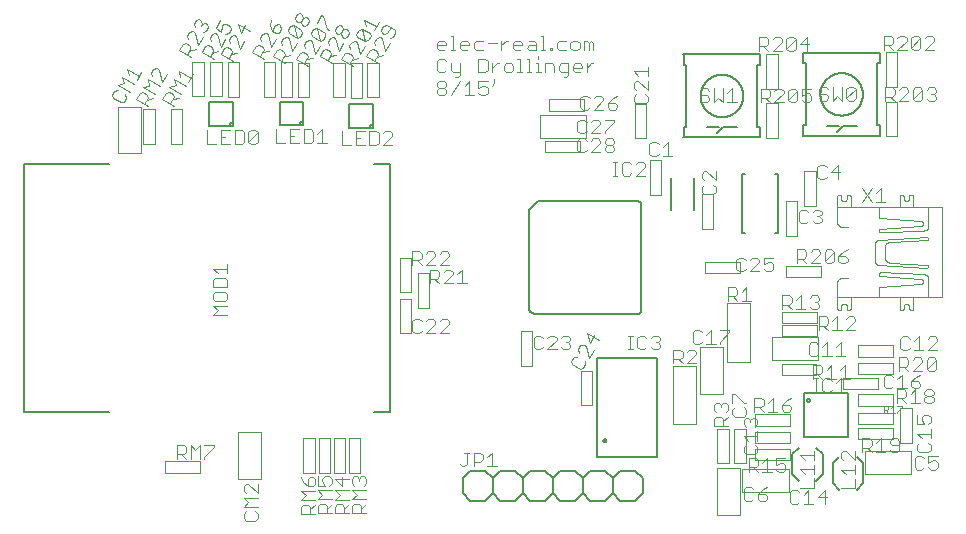
<source format=gto>
G75*
%MOIN*%
%OFA0B0*%
%FSLAX25Y25*%
%IPPOS*%
%LPD*%
%AMOC8*
5,1,8,0,0,1.08239X$1,22.5*
%
%ADD10C,0.00400*%
%ADD11C,0.00500*%
%ADD12C,0.00800*%
%ADD13C,0.00200*%
D10*
X0144002Y0164200D02*
X0142467Y0164200D01*
X0141700Y0164967D01*
X0141700Y0166502D01*
X0142467Y0167269D01*
X0144002Y0167269D01*
X0144769Y0166502D01*
X0144769Y0165735D01*
X0141700Y0165735D01*
X0146304Y0168804D02*
X0147071Y0168804D01*
X0147071Y0164200D01*
X0146304Y0164200D02*
X0147839Y0164200D01*
X0151675Y0164200D02*
X0150141Y0164200D01*
X0149373Y0164967D01*
X0149373Y0166502D01*
X0150141Y0167269D01*
X0151675Y0167269D01*
X0152442Y0166502D01*
X0152442Y0165735D01*
X0149373Y0165735D01*
X0157046Y0167269D02*
X0154744Y0167269D01*
X0153977Y0166502D01*
X0153977Y0164967D01*
X0154744Y0164200D01*
X0157046Y0164200D01*
X0158581Y0166502D02*
X0161650Y0166502D01*
X0163185Y0167269D02*
X0163185Y0164200D01*
X0163185Y0165735D02*
X0164720Y0167269D01*
X0165487Y0167269D01*
X0169324Y0164200D02*
X0167789Y0164200D01*
X0167022Y0164967D01*
X0167022Y0166502D01*
X0167789Y0167269D01*
X0169324Y0167269D01*
X0170091Y0166502D01*
X0170091Y0165735D01*
X0167022Y0165735D01*
X0172393Y0167269D02*
X0173927Y0167269D01*
X0174695Y0166502D01*
X0174695Y0164200D01*
X0172393Y0164200D01*
X0171626Y0164967D01*
X0172393Y0165735D01*
X0174695Y0165735D01*
X0176229Y0168804D02*
X0176997Y0168804D01*
X0176997Y0164200D01*
X0177764Y0164200D02*
X0176229Y0164200D01*
X0179299Y0164200D02*
X0179299Y0164967D01*
X0180066Y0164967D01*
X0180066Y0164200D01*
X0179299Y0164200D01*
X0184670Y0167269D02*
X0182368Y0167269D01*
X0181601Y0166502D01*
X0181601Y0164967D01*
X0182368Y0164200D01*
X0184670Y0164200D01*
X0186972Y0164200D02*
X0188507Y0164200D01*
X0189274Y0164967D01*
X0189274Y0166502D01*
X0188507Y0167269D01*
X0186972Y0167269D01*
X0186205Y0166502D01*
X0186205Y0164967D01*
X0186972Y0164200D01*
X0190809Y0164200D02*
X0190809Y0167269D01*
X0191576Y0167269D01*
X0192343Y0166502D01*
X0192343Y0164200D01*
X0192343Y0166502D02*
X0193110Y0167269D01*
X0193878Y0166502D01*
X0193878Y0164200D01*
X0144769Y0160537D02*
X0144002Y0161304D01*
X0142467Y0161304D01*
X0141700Y0160537D01*
X0141700Y0157467D01*
X0142467Y0156700D01*
X0144002Y0156700D01*
X0144769Y0157467D01*
X0146304Y0159769D02*
X0146304Y0157467D01*
X0147071Y0156700D01*
X0149373Y0156700D01*
X0149373Y0159769D02*
X0149373Y0155933D01*
X0148606Y0155165D01*
X0147839Y0155165D01*
X0155512Y0161304D02*
X0155512Y0156700D01*
X0157814Y0156700D01*
X0158581Y0157467D01*
X0158581Y0160537D01*
X0157814Y0161304D01*
X0155512Y0161304D01*
X0160116Y0159769D02*
X0160116Y0156700D01*
X0160116Y0158235D02*
X0161650Y0159769D01*
X0162418Y0159769D01*
X0164720Y0156700D02*
X0166254Y0156700D01*
X0167022Y0157467D01*
X0167022Y0159002D01*
X0166254Y0159769D01*
X0164720Y0159769D01*
X0163952Y0159002D01*
X0163952Y0157467D01*
X0164720Y0156700D01*
X0168556Y0161304D02*
X0169324Y0161304D01*
X0169324Y0156700D01*
X0170091Y0156700D02*
X0168556Y0156700D01*
X0171626Y0161304D02*
X0172393Y0161304D01*
X0172393Y0156700D01*
X0171626Y0156700D02*
X0173160Y0156700D01*
X0174695Y0159769D02*
X0175462Y0159769D01*
X0175462Y0156700D01*
X0174695Y0156700D02*
X0176229Y0156700D01*
X0175462Y0161304D02*
X0175462Y0162071D01*
X0177764Y0156700D02*
X0177764Y0159769D01*
X0180066Y0159769D01*
X0180833Y0159002D01*
X0180833Y0156700D01*
X0183903Y0155165D02*
X0184670Y0155165D01*
X0185437Y0155933D01*
X0185437Y0159769D01*
X0183135Y0159769D01*
X0182368Y0159002D01*
X0182368Y0157467D01*
X0183135Y0156700D01*
X0185437Y0156700D01*
X0189274Y0156700D02*
X0187739Y0156700D01*
X0186972Y0157467D01*
X0186972Y0159002D01*
X0187739Y0159769D01*
X0189274Y0159769D01*
X0190041Y0159002D01*
X0190041Y0158235D01*
X0186972Y0158235D01*
X0191576Y0159769D02*
X0191576Y0156700D01*
X0191576Y0158235D02*
X0193110Y0159769D01*
X0193878Y0159769D01*
X0141700Y0153037D02*
X0142467Y0153804D01*
X0144002Y0153804D01*
X0144769Y0153037D01*
X0144769Y0152269D01*
X0144002Y0151502D01*
X0144769Y0150735D01*
X0144769Y0149967D01*
X0144002Y0149200D01*
X0142467Y0149200D01*
X0141700Y0149967D01*
X0141700Y0150735D01*
X0142467Y0151502D01*
X0141700Y0152269D01*
X0141700Y0153037D01*
X0142467Y0151502D02*
X0144002Y0151502D01*
X0146304Y0149200D02*
X0149373Y0153804D01*
X0150908Y0152269D02*
X0152442Y0153804D01*
X0152442Y0149200D01*
X0150908Y0149200D02*
X0153977Y0149200D01*
X0158581Y0153804D02*
X0155512Y0153804D01*
X0155512Y0151502D01*
X0157046Y0152269D01*
X0157814Y0152269D01*
X0158581Y0151502D01*
X0158581Y0149967D01*
X0157814Y0149200D01*
X0156279Y0149200D01*
X0155512Y0149967D01*
X0160883Y0154571D02*
X0160883Y0153037D01*
X0160116Y0152269D01*
X0071661Y0075915D02*
X0067057Y0075915D01*
X0068591Y0077450D01*
X0067057Y0078984D01*
X0071661Y0078984D01*
X0067057Y0082821D02*
X0067057Y0081286D01*
X0067824Y0080519D01*
X0070893Y0080519D01*
X0071661Y0081286D01*
X0071661Y0082821D01*
X0070893Y0083588D01*
X0067824Y0083588D01*
X0067057Y0082821D01*
X0067057Y0085123D02*
X0071661Y0085123D01*
X0071661Y0087425D01*
X0070893Y0088192D01*
X0067824Y0088192D01*
X0067057Y0087425D01*
X0067057Y0085123D01*
X0068591Y0089727D02*
X0067057Y0091261D01*
X0071661Y0091261D01*
X0071661Y0089727D02*
X0071661Y0092796D01*
X0200309Y0122259D02*
X0201844Y0122259D01*
X0201077Y0122259D02*
X0201077Y0126863D01*
X0201844Y0126863D02*
X0200309Y0126863D01*
X0206448Y0126096D02*
X0205681Y0126863D01*
X0204146Y0126863D01*
X0203379Y0126096D01*
X0203379Y0123026D01*
X0204146Y0122259D01*
X0205681Y0122259D01*
X0206448Y0123026D01*
X0211052Y0122259D02*
X0207983Y0122259D01*
X0211052Y0125328D01*
X0211052Y0126096D01*
X0210285Y0126863D01*
X0208750Y0126863D01*
X0207983Y0126096D01*
X0267134Y0050166D02*
X0268668Y0050166D01*
X0267901Y0050166D02*
X0267901Y0054770D01*
X0267134Y0054770D02*
X0268668Y0054770D01*
X0273272Y0054003D02*
X0272505Y0054770D01*
X0270970Y0054770D01*
X0270203Y0054003D01*
X0270203Y0050933D01*
X0270970Y0050166D01*
X0272505Y0050166D01*
X0273272Y0050933D01*
X0274807Y0053235D02*
X0276342Y0054770D01*
X0276342Y0050166D01*
X0277876Y0050166D02*
X0274807Y0050166D01*
X0310204Y0081716D02*
X0275156Y0081716D01*
X0275156Y0086683D01*
X0275156Y0086684D02*
X0275158Y0086756D01*
X0275163Y0086829D01*
X0275172Y0086901D01*
X0275185Y0086973D01*
X0275202Y0087043D01*
X0275222Y0087113D01*
X0275245Y0087182D01*
X0275272Y0087250D01*
X0275303Y0087316D01*
X0275336Y0087380D01*
X0275373Y0087443D01*
X0275413Y0087504D01*
X0275456Y0087562D01*
X0275502Y0087619D01*
X0275551Y0087673D01*
X0275602Y0087724D01*
X0275656Y0087773D01*
X0275713Y0087819D01*
X0275771Y0087862D01*
X0275832Y0087902D01*
X0275895Y0087939D01*
X0275959Y0087972D01*
X0276025Y0088003D01*
X0276093Y0088030D01*
X0276162Y0088053D01*
X0276232Y0088073D01*
X0276302Y0088090D01*
X0276374Y0088103D01*
X0276446Y0088112D01*
X0276519Y0088117D01*
X0276591Y0088119D01*
X0278689Y0088119D01*
X0278854Y0105283D02*
X0276536Y0105283D01*
X0276464Y0105285D01*
X0276392Y0105291D01*
X0276320Y0105300D01*
X0276249Y0105313D01*
X0276179Y0105330D01*
X0276110Y0105350D01*
X0276042Y0105375D01*
X0275975Y0105402D01*
X0275910Y0105433D01*
X0275846Y0105468D01*
X0275784Y0105506D01*
X0275725Y0105547D01*
X0275668Y0105591D01*
X0275613Y0105637D01*
X0275560Y0105687D01*
X0275510Y0105740D01*
X0275464Y0105795D01*
X0275420Y0105852D01*
X0275379Y0105911D01*
X0275341Y0105973D01*
X0275306Y0106037D01*
X0275275Y0106102D01*
X0275248Y0106169D01*
X0275223Y0106237D01*
X0275203Y0106306D01*
X0275186Y0106376D01*
X0275173Y0106447D01*
X0275164Y0106519D01*
X0275158Y0106591D01*
X0275156Y0106663D01*
X0275156Y0111686D01*
X0295964Y0111686D01*
X0310204Y0111686D01*
X0310204Y0081716D01*
X0275156Y0111686D02*
X0275156Y0115384D01*
X0275158Y0115432D01*
X0275163Y0115479D01*
X0275172Y0115526D01*
X0275185Y0115572D01*
X0275202Y0115617D01*
X0275222Y0115660D01*
X0275245Y0115702D01*
X0275271Y0115741D01*
X0275301Y0115779D01*
X0275333Y0115814D01*
X0275368Y0115846D01*
X0275406Y0115876D01*
X0275446Y0115902D01*
X0275487Y0115926D01*
X0275531Y0115945D01*
X0275575Y0115962D01*
X0275621Y0115975D01*
X0275668Y0115984D01*
X0275716Y0115989D01*
X0275763Y0115991D01*
X0275764Y0115991D01*
X0275763Y0115991D02*
X0275812Y0115989D01*
X0275862Y0115984D01*
X0275910Y0115974D01*
X0275958Y0115962D01*
X0276005Y0115945D01*
X0276050Y0115925D01*
X0276094Y0115902D01*
X0276136Y0115876D01*
X0276176Y0115847D01*
X0276213Y0115814D01*
X0276248Y0115779D01*
X0276281Y0115742D01*
X0276310Y0115702D01*
X0276336Y0115660D01*
X0276359Y0115616D01*
X0276379Y0115571D01*
X0276396Y0115524D01*
X0276408Y0115476D01*
X0276418Y0115428D01*
X0276423Y0115378D01*
X0276425Y0115329D01*
X0276426Y0115329D02*
X0276426Y0114722D01*
X0276425Y0114721D02*
X0276427Y0114663D01*
X0276432Y0114606D01*
X0276442Y0114549D01*
X0276455Y0114492D01*
X0276472Y0114437D01*
X0276492Y0114383D01*
X0276516Y0114330D01*
X0276543Y0114279D01*
X0276573Y0114230D01*
X0276607Y0114183D01*
X0276644Y0114139D01*
X0276683Y0114096D01*
X0276726Y0114057D01*
X0276770Y0114020D01*
X0276817Y0113986D01*
X0276866Y0113956D01*
X0276917Y0113929D01*
X0276970Y0113905D01*
X0277024Y0113885D01*
X0277079Y0113868D01*
X0277136Y0113855D01*
X0277193Y0113845D01*
X0277250Y0113840D01*
X0277308Y0113838D01*
X0277309Y0113839D02*
X0277419Y0113839D01*
X0277477Y0113841D01*
X0277534Y0113847D01*
X0277591Y0113856D01*
X0277648Y0113869D01*
X0277703Y0113886D01*
X0277757Y0113906D01*
X0277810Y0113930D01*
X0277861Y0113957D01*
X0277910Y0113988D01*
X0277957Y0114021D01*
X0278001Y0114058D01*
X0278043Y0114098D01*
X0278083Y0114140D01*
X0278120Y0114184D01*
X0278153Y0114231D01*
X0278184Y0114281D01*
X0278211Y0114331D01*
X0278235Y0114384D01*
X0278255Y0114438D01*
X0278272Y0114493D01*
X0278285Y0114550D01*
X0278294Y0114607D01*
X0278300Y0114664D01*
X0278302Y0114722D01*
X0278302Y0115384D01*
X0278304Y0115432D01*
X0278309Y0115479D01*
X0278319Y0115526D01*
X0278332Y0115572D01*
X0278348Y0115616D01*
X0278368Y0115660D01*
X0278391Y0115701D01*
X0278418Y0115741D01*
X0278447Y0115778D01*
X0278480Y0115813D01*
X0278515Y0115846D01*
X0278552Y0115875D01*
X0278592Y0115902D01*
X0278633Y0115925D01*
X0278677Y0115945D01*
X0278721Y0115961D01*
X0278767Y0115974D01*
X0278814Y0115984D01*
X0278861Y0115989D01*
X0278909Y0115991D01*
X0278958Y0115989D01*
X0279008Y0115984D01*
X0279056Y0115974D01*
X0279104Y0115962D01*
X0279151Y0115945D01*
X0279196Y0115925D01*
X0279240Y0115902D01*
X0279282Y0115876D01*
X0279322Y0115847D01*
X0279359Y0115814D01*
X0279394Y0115779D01*
X0279427Y0115742D01*
X0279456Y0115702D01*
X0279482Y0115660D01*
X0279505Y0115616D01*
X0279525Y0115571D01*
X0279542Y0115524D01*
X0279554Y0115476D01*
X0279564Y0115428D01*
X0279569Y0115378D01*
X0279571Y0115329D01*
X0279572Y0115329D02*
X0279572Y0111907D01*
X0295964Y0111686D02*
X0295964Y0115384D01*
X0295966Y0115431D01*
X0295971Y0115479D01*
X0295980Y0115526D01*
X0295993Y0115572D01*
X0296010Y0115617D01*
X0296030Y0115660D01*
X0296053Y0115702D01*
X0296079Y0115741D01*
X0296109Y0115779D01*
X0296141Y0115814D01*
X0296176Y0115846D01*
X0296214Y0115876D01*
X0296254Y0115902D01*
X0296295Y0115926D01*
X0296339Y0115946D01*
X0296384Y0115962D01*
X0296430Y0115975D01*
X0296477Y0115984D01*
X0296524Y0115989D01*
X0296572Y0115991D01*
X0296571Y0115991D01*
X0296620Y0115989D01*
X0296670Y0115984D01*
X0296718Y0115974D01*
X0296766Y0115962D01*
X0296813Y0115945D01*
X0296858Y0115925D01*
X0296902Y0115902D01*
X0296944Y0115876D01*
X0296984Y0115847D01*
X0297021Y0115814D01*
X0297056Y0115779D01*
X0297089Y0115742D01*
X0297118Y0115702D01*
X0297144Y0115660D01*
X0297167Y0115616D01*
X0297187Y0115571D01*
X0297204Y0115524D01*
X0297216Y0115476D01*
X0297226Y0115428D01*
X0297231Y0115378D01*
X0297233Y0115329D01*
X0297233Y0114722D01*
X0297233Y0114721D02*
X0297235Y0114663D01*
X0297240Y0114606D01*
X0297250Y0114549D01*
X0297263Y0114492D01*
X0297280Y0114437D01*
X0297300Y0114383D01*
X0297324Y0114330D01*
X0297351Y0114279D01*
X0297381Y0114230D01*
X0297415Y0114183D01*
X0297452Y0114139D01*
X0297491Y0114096D01*
X0297534Y0114057D01*
X0297578Y0114020D01*
X0297625Y0113986D01*
X0297674Y0113956D01*
X0297725Y0113929D01*
X0297778Y0113905D01*
X0297832Y0113885D01*
X0297887Y0113868D01*
X0297944Y0113855D01*
X0298001Y0113845D01*
X0298058Y0113840D01*
X0298116Y0113838D01*
X0298117Y0113839D02*
X0298227Y0113839D01*
X0298228Y0113838D02*
X0298285Y0113840D01*
X0298343Y0113846D01*
X0298400Y0113855D01*
X0298456Y0113868D01*
X0298512Y0113885D01*
X0298566Y0113905D01*
X0298618Y0113929D01*
X0298669Y0113956D01*
X0298718Y0113987D01*
X0298765Y0114020D01*
X0298810Y0114057D01*
X0298852Y0114097D01*
X0298892Y0114139D01*
X0298929Y0114184D01*
X0298962Y0114231D01*
X0298993Y0114280D01*
X0299020Y0114331D01*
X0299044Y0114383D01*
X0299064Y0114437D01*
X0299081Y0114493D01*
X0299094Y0114549D01*
X0299103Y0114606D01*
X0299109Y0114664D01*
X0299111Y0114721D01*
X0299110Y0114722D02*
X0299110Y0115384D01*
X0299112Y0115432D01*
X0299117Y0115479D01*
X0299127Y0115526D01*
X0299140Y0115572D01*
X0299156Y0115616D01*
X0299176Y0115660D01*
X0299199Y0115701D01*
X0299226Y0115741D01*
X0299255Y0115778D01*
X0299288Y0115813D01*
X0299323Y0115846D01*
X0299360Y0115875D01*
X0299400Y0115902D01*
X0299441Y0115925D01*
X0299485Y0115945D01*
X0299529Y0115961D01*
X0299575Y0115974D01*
X0299622Y0115984D01*
X0299669Y0115989D01*
X0299717Y0115991D01*
X0299766Y0115989D01*
X0299816Y0115984D01*
X0299864Y0115974D01*
X0299912Y0115962D01*
X0299959Y0115945D01*
X0300004Y0115925D01*
X0300048Y0115902D01*
X0300090Y0115876D01*
X0300130Y0115847D01*
X0300167Y0115814D01*
X0300202Y0115779D01*
X0300235Y0115742D01*
X0300264Y0115702D01*
X0300290Y0115660D01*
X0300313Y0115616D01*
X0300333Y0115571D01*
X0300350Y0115524D01*
X0300362Y0115476D01*
X0300372Y0115428D01*
X0300377Y0115378D01*
X0300379Y0115329D01*
X0300380Y0115329D02*
X0300380Y0111907D01*
X0300379Y0081717D02*
X0300379Y0078019D01*
X0300379Y0078018D02*
X0300377Y0077971D01*
X0300372Y0077923D01*
X0300363Y0077876D01*
X0300350Y0077830D01*
X0300333Y0077785D01*
X0300313Y0077742D01*
X0300290Y0077700D01*
X0300264Y0077661D01*
X0300234Y0077623D01*
X0300202Y0077588D01*
X0300167Y0077556D01*
X0300129Y0077526D01*
X0300089Y0077500D01*
X0300048Y0077476D01*
X0300004Y0077456D01*
X0299959Y0077440D01*
X0299913Y0077427D01*
X0299866Y0077418D01*
X0299819Y0077413D01*
X0299771Y0077411D01*
X0299772Y0077411D02*
X0299772Y0077411D01*
X0299772Y0077412D02*
X0299723Y0077414D01*
X0299673Y0077419D01*
X0299625Y0077429D01*
X0299577Y0077441D01*
X0299530Y0077458D01*
X0299485Y0077478D01*
X0299441Y0077501D01*
X0299399Y0077527D01*
X0299359Y0077556D01*
X0299322Y0077589D01*
X0299287Y0077624D01*
X0299254Y0077661D01*
X0299225Y0077701D01*
X0299199Y0077743D01*
X0299176Y0077787D01*
X0299156Y0077832D01*
X0299139Y0077879D01*
X0299127Y0077927D01*
X0299117Y0077975D01*
X0299112Y0078025D01*
X0299110Y0078074D01*
X0299110Y0078681D01*
X0299110Y0078680D02*
X0299108Y0078738D01*
X0299103Y0078795D01*
X0299093Y0078852D01*
X0299080Y0078909D01*
X0299063Y0078964D01*
X0299043Y0079018D01*
X0299019Y0079071D01*
X0298992Y0079122D01*
X0298961Y0079171D01*
X0298928Y0079218D01*
X0298891Y0079262D01*
X0298852Y0079305D01*
X0298809Y0079344D01*
X0298765Y0079381D01*
X0298718Y0079414D01*
X0298669Y0079445D01*
X0298618Y0079472D01*
X0298565Y0079496D01*
X0298511Y0079516D01*
X0298456Y0079533D01*
X0298399Y0079546D01*
X0298342Y0079556D01*
X0298285Y0079561D01*
X0298227Y0079563D01*
X0298227Y0079564D02*
X0298116Y0079564D01*
X0298116Y0079563D02*
X0298058Y0079561D01*
X0298001Y0079556D01*
X0297944Y0079546D01*
X0297887Y0079533D01*
X0297832Y0079516D01*
X0297778Y0079496D01*
X0297725Y0079472D01*
X0297674Y0079445D01*
X0297625Y0079414D01*
X0297578Y0079381D01*
X0297534Y0079344D01*
X0297491Y0079305D01*
X0297452Y0079262D01*
X0297415Y0079218D01*
X0297382Y0079171D01*
X0297351Y0079122D01*
X0297324Y0079071D01*
X0297300Y0079018D01*
X0297280Y0078964D01*
X0297263Y0078909D01*
X0297250Y0078852D01*
X0297240Y0078795D01*
X0297235Y0078738D01*
X0297233Y0078680D01*
X0297233Y0078681D02*
X0297233Y0078019D01*
X0297231Y0077971D01*
X0297226Y0077924D01*
X0297216Y0077877D01*
X0297203Y0077831D01*
X0297187Y0077787D01*
X0297167Y0077743D01*
X0297144Y0077702D01*
X0297117Y0077662D01*
X0297088Y0077625D01*
X0297055Y0077590D01*
X0297020Y0077557D01*
X0296983Y0077528D01*
X0296943Y0077501D01*
X0296902Y0077478D01*
X0296858Y0077458D01*
X0296814Y0077442D01*
X0296768Y0077429D01*
X0296721Y0077419D01*
X0296674Y0077414D01*
X0296626Y0077412D01*
X0296577Y0077414D01*
X0296527Y0077419D01*
X0296479Y0077429D01*
X0296431Y0077441D01*
X0296384Y0077458D01*
X0296339Y0077478D01*
X0296295Y0077501D01*
X0296253Y0077527D01*
X0296213Y0077556D01*
X0296176Y0077589D01*
X0296141Y0077624D01*
X0296108Y0077661D01*
X0296079Y0077701D01*
X0296053Y0077743D01*
X0296030Y0077787D01*
X0296010Y0077832D01*
X0295993Y0077879D01*
X0295981Y0077927D01*
X0295971Y0077975D01*
X0295966Y0078025D01*
X0295964Y0078074D01*
X0295964Y0081496D01*
X0279571Y0081717D02*
X0279571Y0078019D01*
X0279572Y0078019D02*
X0279570Y0077971D01*
X0279565Y0077923D01*
X0279555Y0077877D01*
X0279543Y0077831D01*
X0279526Y0077786D01*
X0279506Y0077742D01*
X0279483Y0077701D01*
X0279456Y0077661D01*
X0279427Y0077623D01*
X0279394Y0077588D01*
X0279359Y0077556D01*
X0279322Y0077526D01*
X0279282Y0077500D01*
X0279240Y0077477D01*
X0279197Y0077457D01*
X0279152Y0077440D01*
X0279106Y0077427D01*
X0279059Y0077418D01*
X0279012Y0077413D01*
X0278964Y0077411D01*
X0278964Y0077411D01*
X0278964Y0077412D02*
X0278915Y0077414D01*
X0278865Y0077419D01*
X0278817Y0077429D01*
X0278769Y0077441D01*
X0278722Y0077458D01*
X0278677Y0077478D01*
X0278633Y0077501D01*
X0278591Y0077527D01*
X0278551Y0077556D01*
X0278514Y0077589D01*
X0278479Y0077624D01*
X0278446Y0077661D01*
X0278417Y0077701D01*
X0278391Y0077743D01*
X0278368Y0077787D01*
X0278348Y0077832D01*
X0278331Y0077879D01*
X0278319Y0077927D01*
X0278309Y0077975D01*
X0278304Y0078025D01*
X0278302Y0078074D01*
X0278302Y0078681D01*
X0278300Y0078739D01*
X0278294Y0078796D01*
X0278285Y0078853D01*
X0278272Y0078910D01*
X0278255Y0078965D01*
X0278235Y0079019D01*
X0278211Y0079072D01*
X0278184Y0079123D01*
X0278153Y0079172D01*
X0278120Y0079219D01*
X0278083Y0079263D01*
X0278043Y0079305D01*
X0278001Y0079345D01*
X0277957Y0079382D01*
X0277910Y0079415D01*
X0277861Y0079446D01*
X0277810Y0079473D01*
X0277757Y0079497D01*
X0277703Y0079517D01*
X0277648Y0079534D01*
X0277591Y0079547D01*
X0277534Y0079556D01*
X0277477Y0079562D01*
X0277419Y0079564D01*
X0277308Y0079564D01*
X0277251Y0079562D01*
X0277193Y0079556D01*
X0277136Y0079547D01*
X0277080Y0079534D01*
X0277024Y0079517D01*
X0276970Y0079497D01*
X0276918Y0079473D01*
X0276867Y0079446D01*
X0276818Y0079415D01*
X0276771Y0079382D01*
X0276726Y0079345D01*
X0276684Y0079305D01*
X0276644Y0079263D01*
X0276607Y0079218D01*
X0276574Y0079171D01*
X0276543Y0079122D01*
X0276516Y0079071D01*
X0276492Y0079019D01*
X0276472Y0078965D01*
X0276455Y0078909D01*
X0276442Y0078853D01*
X0276433Y0078796D01*
X0276427Y0078738D01*
X0276425Y0078681D01*
X0276425Y0078019D01*
X0276423Y0077971D01*
X0276418Y0077924D01*
X0276408Y0077877D01*
X0276395Y0077831D01*
X0276379Y0077787D01*
X0276359Y0077743D01*
X0276336Y0077702D01*
X0276309Y0077662D01*
X0276280Y0077625D01*
X0276247Y0077590D01*
X0276212Y0077557D01*
X0276175Y0077528D01*
X0276135Y0077501D01*
X0276094Y0077478D01*
X0276050Y0077458D01*
X0276006Y0077442D01*
X0275960Y0077429D01*
X0275913Y0077419D01*
X0275866Y0077414D01*
X0275818Y0077412D01*
X0275769Y0077414D01*
X0275719Y0077419D01*
X0275671Y0077429D01*
X0275623Y0077441D01*
X0275576Y0077458D01*
X0275531Y0077478D01*
X0275487Y0077501D01*
X0275445Y0077527D01*
X0275405Y0077556D01*
X0275368Y0077589D01*
X0275333Y0077624D01*
X0275300Y0077661D01*
X0275271Y0077701D01*
X0275245Y0077743D01*
X0275222Y0077787D01*
X0275202Y0077832D01*
X0275185Y0077879D01*
X0275173Y0077927D01*
X0275163Y0077975D01*
X0275158Y0078025D01*
X0275156Y0078074D01*
X0275156Y0081772D01*
X0305512Y0081937D02*
X0305512Y0088008D01*
X0305513Y0088009D02*
X0305511Y0088081D01*
X0305505Y0088153D01*
X0305496Y0088225D01*
X0305483Y0088296D01*
X0305466Y0088366D01*
X0305446Y0088435D01*
X0305421Y0088503D01*
X0305394Y0088570D01*
X0305363Y0088635D01*
X0305328Y0088699D01*
X0305290Y0088761D01*
X0305249Y0088820D01*
X0305205Y0088877D01*
X0305159Y0088932D01*
X0305109Y0088985D01*
X0305056Y0089035D01*
X0305001Y0089081D01*
X0304944Y0089125D01*
X0304885Y0089166D01*
X0304823Y0089204D01*
X0304759Y0089239D01*
X0304694Y0089270D01*
X0304627Y0089297D01*
X0304559Y0089322D01*
X0304490Y0089342D01*
X0304420Y0089359D01*
X0304349Y0089372D01*
X0304277Y0089381D01*
X0304205Y0089387D01*
X0304133Y0089389D01*
X0304132Y0089388D02*
X0303967Y0089388D01*
X0289506Y0090050D01*
X0289458Y0090051D01*
X0289411Y0090047D01*
X0289364Y0090039D01*
X0289317Y0090028D01*
X0289272Y0090012D01*
X0289228Y0089993D01*
X0289186Y0089971D01*
X0289145Y0089945D01*
X0289107Y0089915D01*
X0289072Y0089883D01*
X0289039Y0089848D01*
X0289010Y0089811D01*
X0288983Y0089771D01*
X0288960Y0089729D01*
X0288941Y0089685D01*
X0288925Y0089640D01*
X0288913Y0089593D01*
X0288905Y0089546D01*
X0288901Y0089499D01*
X0288900Y0089451D01*
X0288904Y0089403D01*
X0288912Y0089356D01*
X0288923Y0089309D01*
X0288938Y0089264D01*
X0288957Y0089220D01*
X0288980Y0089178D01*
X0289006Y0089137D01*
X0289035Y0089099D01*
X0289067Y0089064D01*
X0289102Y0089031D01*
X0289139Y0089001D01*
X0289179Y0088975D01*
X0289221Y0088952D01*
X0289265Y0088932D01*
X0289310Y0088916D01*
X0289356Y0088904D01*
X0289404Y0088896D01*
X0289451Y0088892D01*
X0289451Y0088891D02*
X0302808Y0088008D01*
X0302869Y0088002D01*
X0302930Y0087992D01*
X0302990Y0087978D01*
X0303050Y0087960D01*
X0303108Y0087939D01*
X0303164Y0087914D01*
X0303219Y0087885D01*
X0303272Y0087853D01*
X0303322Y0087818D01*
X0303371Y0087780D01*
X0303416Y0087738D01*
X0303459Y0087694D01*
X0303499Y0087647D01*
X0303536Y0087597D01*
X0303570Y0087546D01*
X0303601Y0087492D01*
X0303627Y0087436D01*
X0303651Y0087379D01*
X0303670Y0087320D01*
X0303686Y0087261D01*
X0303698Y0087200D01*
X0303706Y0087139D01*
X0303710Y0087077D01*
X0303711Y0087015D01*
X0303707Y0086954D01*
X0303699Y0086892D01*
X0303688Y0086832D01*
X0303672Y0086772D01*
X0303653Y0086713D01*
X0303630Y0086656D01*
X0303604Y0086600D01*
X0303574Y0086546D01*
X0303540Y0086494D01*
X0303504Y0086444D01*
X0303464Y0086397D01*
X0303421Y0086353D01*
X0303376Y0086311D01*
X0303328Y0086272D01*
X0303277Y0086236D01*
X0303225Y0086204D01*
X0303170Y0086175D01*
X0303114Y0086149D01*
X0303056Y0086128D01*
X0302997Y0086110D01*
X0302937Y0086095D01*
X0302876Y0086085D01*
X0302814Y0086079D01*
X0302753Y0086076D01*
X0289341Y0085193D01*
X0289300Y0085189D01*
X0289260Y0085181D01*
X0289221Y0085169D01*
X0289183Y0085155D01*
X0289146Y0085137D01*
X0289111Y0085116D01*
X0289078Y0085092D01*
X0289047Y0085065D01*
X0289019Y0085035D01*
X0288993Y0085004D01*
X0288970Y0084970D01*
X0288950Y0084934D01*
X0288933Y0084897D01*
X0288919Y0084859D01*
X0288909Y0084819D01*
X0288903Y0084779D01*
X0288899Y0084738D01*
X0288900Y0084697D01*
X0288899Y0084697D02*
X0288899Y0081937D01*
X0289065Y0092423D02*
X0288993Y0092425D01*
X0288922Y0092431D01*
X0288851Y0092441D01*
X0288780Y0092454D01*
X0288711Y0092471D01*
X0288642Y0092493D01*
X0288575Y0092517D01*
X0288509Y0092546D01*
X0288445Y0092578D01*
X0288382Y0092613D01*
X0288322Y0092652D01*
X0288263Y0092693D01*
X0288208Y0092738D01*
X0288154Y0092786D01*
X0288103Y0092837D01*
X0288055Y0092891D01*
X0288010Y0092946D01*
X0287969Y0093005D01*
X0287930Y0093065D01*
X0287895Y0093128D01*
X0287863Y0093192D01*
X0287834Y0093258D01*
X0287810Y0093325D01*
X0287788Y0093394D01*
X0287771Y0093463D01*
X0287758Y0093534D01*
X0287748Y0093605D01*
X0287742Y0093676D01*
X0287740Y0093748D01*
X0289065Y0092424D02*
X0304905Y0091596D01*
X0304950Y0091595D01*
X0304994Y0091599D01*
X0305038Y0091606D01*
X0305082Y0091616D01*
X0305124Y0091631D01*
X0305165Y0091649D01*
X0305204Y0091670D01*
X0305241Y0091695D01*
X0305276Y0091722D01*
X0305308Y0091753D01*
X0305338Y0091786D01*
X0305365Y0091822D01*
X0305389Y0091859D01*
X0305409Y0091899D01*
X0305426Y0091940D01*
X0305440Y0091983D01*
X0305450Y0092026D01*
X0305456Y0092070D01*
X0305458Y0092115D01*
X0305457Y0092159D01*
X0305451Y0092204D01*
X0305442Y0092247D01*
X0305430Y0092290D01*
X0305414Y0092331D01*
X0305394Y0092371D01*
X0305371Y0092410D01*
X0305345Y0092446D01*
X0305316Y0092479D01*
X0305284Y0092511D01*
X0305249Y0092539D01*
X0305213Y0092564D01*
X0305174Y0092586D01*
X0305134Y0092605D01*
X0305092Y0092620D01*
X0305049Y0092632D01*
X0305005Y0092640D01*
X0304961Y0092644D01*
X0304960Y0092644D02*
X0292707Y0093307D01*
X0292626Y0093309D01*
X0292544Y0093315D01*
X0292463Y0093324D01*
X0292383Y0093338D01*
X0292304Y0093355D01*
X0292225Y0093376D01*
X0292147Y0093401D01*
X0292071Y0093430D01*
X0291996Y0093462D01*
X0291923Y0093497D01*
X0291852Y0093536D01*
X0291782Y0093579D01*
X0291715Y0093624D01*
X0291649Y0093673D01*
X0291587Y0093725D01*
X0291526Y0093780D01*
X0291469Y0093837D01*
X0291414Y0093898D01*
X0291362Y0093960D01*
X0291313Y0094026D01*
X0291268Y0094093D01*
X0291225Y0094163D01*
X0291186Y0094234D01*
X0291151Y0094307D01*
X0291119Y0094382D01*
X0291090Y0094458D01*
X0291065Y0094536D01*
X0291044Y0094615D01*
X0291027Y0094694D01*
X0291013Y0094774D01*
X0291004Y0094855D01*
X0290998Y0094937D01*
X0290996Y0095018D01*
X0290996Y0098495D01*
X0290998Y0098574D01*
X0291003Y0098652D01*
X0291013Y0098731D01*
X0291026Y0098808D01*
X0291043Y0098885D01*
X0291063Y0098962D01*
X0291087Y0099037D01*
X0291115Y0099110D01*
X0291146Y0099183D01*
X0291180Y0099254D01*
X0291218Y0099323D01*
X0291259Y0099390D01*
X0291303Y0099456D01*
X0291350Y0099519D01*
X0291400Y0099579D01*
X0291453Y0099638D01*
X0291509Y0099694D01*
X0291568Y0099747D01*
X0291628Y0099797D01*
X0291691Y0099844D01*
X0291757Y0099888D01*
X0291824Y0099929D01*
X0291893Y0099967D01*
X0291964Y0100001D01*
X0292037Y0100032D01*
X0292110Y0100060D01*
X0292185Y0100084D01*
X0292262Y0100104D01*
X0292339Y0100121D01*
X0292416Y0100134D01*
X0292495Y0100144D01*
X0292573Y0100149D01*
X0292652Y0100151D01*
X0292928Y0100151D01*
X0304905Y0100703D01*
X0304906Y0100704D02*
X0304952Y0100708D01*
X0304998Y0100716D01*
X0305043Y0100728D01*
X0305087Y0100743D01*
X0305130Y0100763D01*
X0305171Y0100786D01*
X0305209Y0100812D01*
X0305246Y0100841D01*
X0305279Y0100874D01*
X0305310Y0100909D01*
X0305338Y0100947D01*
X0305362Y0100986D01*
X0305383Y0101028D01*
X0305401Y0101072D01*
X0305414Y0101116D01*
X0305424Y0101162D01*
X0305430Y0101208D01*
X0305432Y0101255D01*
X0305430Y0101302D01*
X0305424Y0101348D01*
X0305414Y0101394D01*
X0305401Y0101438D01*
X0305383Y0101482D01*
X0305362Y0101524D01*
X0305338Y0101563D01*
X0305310Y0101601D01*
X0305279Y0101636D01*
X0305246Y0101669D01*
X0305209Y0101698D01*
X0305171Y0101724D01*
X0305130Y0101747D01*
X0305087Y0101767D01*
X0305043Y0101782D01*
X0304998Y0101794D01*
X0304952Y0101802D01*
X0304906Y0101806D01*
X0304905Y0101806D02*
X0289175Y0100979D01*
X0289100Y0100977D01*
X0289025Y0100971D01*
X0288951Y0100961D01*
X0288877Y0100948D01*
X0288804Y0100930D01*
X0288732Y0100909D01*
X0288661Y0100884D01*
X0288591Y0100855D01*
X0288524Y0100823D01*
X0288458Y0100787D01*
X0288393Y0100747D01*
X0288332Y0100705D01*
X0288272Y0100659D01*
X0288215Y0100610D01*
X0288160Y0100559D01*
X0288109Y0100504D01*
X0288060Y0100447D01*
X0288014Y0100387D01*
X0287972Y0100326D01*
X0287932Y0100262D01*
X0287896Y0100195D01*
X0287864Y0100128D01*
X0287835Y0100058D01*
X0287810Y0099987D01*
X0287789Y0099915D01*
X0287771Y0099842D01*
X0287758Y0099768D01*
X0287748Y0099694D01*
X0287742Y0099619D01*
X0287740Y0099544D01*
X0287740Y0093748D01*
X0305512Y0105394D02*
X0305512Y0111465D01*
X0305511Y0105394D02*
X0305509Y0105321D01*
X0305503Y0105249D01*
X0305494Y0105178D01*
X0305481Y0105107D01*
X0305464Y0105037D01*
X0305443Y0104967D01*
X0305419Y0104899D01*
X0305392Y0104833D01*
X0305361Y0104767D01*
X0305326Y0104704D01*
X0305288Y0104642D01*
X0305247Y0104583D01*
X0305203Y0104525D01*
X0305157Y0104471D01*
X0305107Y0104418D01*
X0305054Y0104368D01*
X0305000Y0104322D01*
X0304942Y0104278D01*
X0304883Y0104237D01*
X0304821Y0104199D01*
X0304758Y0104164D01*
X0304692Y0104133D01*
X0304626Y0104106D01*
X0304558Y0104082D01*
X0304488Y0104061D01*
X0304418Y0104044D01*
X0304347Y0104031D01*
X0304276Y0104022D01*
X0304204Y0104016D01*
X0304131Y0104014D01*
X0304132Y0104014D02*
X0303967Y0104014D01*
X0289506Y0103352D01*
X0289506Y0103353D02*
X0289458Y0103352D01*
X0289411Y0103356D01*
X0289364Y0103364D01*
X0289317Y0103375D01*
X0289272Y0103391D01*
X0289228Y0103410D01*
X0289186Y0103432D01*
X0289145Y0103458D01*
X0289107Y0103488D01*
X0289072Y0103520D01*
X0289039Y0103555D01*
X0289010Y0103592D01*
X0288983Y0103632D01*
X0288960Y0103674D01*
X0288941Y0103718D01*
X0288925Y0103763D01*
X0288913Y0103810D01*
X0288905Y0103857D01*
X0288901Y0103904D01*
X0288900Y0103952D01*
X0288904Y0104000D01*
X0288912Y0104047D01*
X0288923Y0104094D01*
X0288938Y0104139D01*
X0288957Y0104183D01*
X0288980Y0104225D01*
X0289006Y0104266D01*
X0289035Y0104304D01*
X0289067Y0104339D01*
X0289102Y0104372D01*
X0289139Y0104402D01*
X0289179Y0104428D01*
X0289221Y0104451D01*
X0289265Y0104471D01*
X0289310Y0104487D01*
X0289356Y0104499D01*
X0289404Y0104507D01*
X0289451Y0104511D01*
X0302807Y0105394D01*
X0302808Y0105394D02*
X0302869Y0105400D01*
X0302930Y0105410D01*
X0302990Y0105424D01*
X0303050Y0105442D01*
X0303108Y0105463D01*
X0303164Y0105488D01*
X0303219Y0105517D01*
X0303272Y0105549D01*
X0303322Y0105584D01*
X0303371Y0105622D01*
X0303416Y0105664D01*
X0303459Y0105708D01*
X0303499Y0105755D01*
X0303536Y0105805D01*
X0303570Y0105856D01*
X0303601Y0105910D01*
X0303627Y0105966D01*
X0303651Y0106023D01*
X0303670Y0106082D01*
X0303686Y0106141D01*
X0303698Y0106202D01*
X0303706Y0106263D01*
X0303710Y0106325D01*
X0303711Y0106387D01*
X0303707Y0106448D01*
X0303699Y0106510D01*
X0303688Y0106570D01*
X0303672Y0106630D01*
X0303653Y0106689D01*
X0303630Y0106746D01*
X0303604Y0106802D01*
X0303574Y0106856D01*
X0303540Y0106908D01*
X0303504Y0106958D01*
X0303464Y0107005D01*
X0303421Y0107049D01*
X0303376Y0107091D01*
X0303328Y0107130D01*
X0303277Y0107166D01*
X0303225Y0107198D01*
X0303170Y0107227D01*
X0303114Y0107253D01*
X0303056Y0107274D01*
X0302997Y0107292D01*
X0302937Y0107307D01*
X0302876Y0107317D01*
X0302814Y0107323D01*
X0302753Y0107326D01*
X0302752Y0107326D02*
X0289341Y0108209D01*
X0289300Y0108213D01*
X0289260Y0108221D01*
X0289221Y0108233D01*
X0289183Y0108247D01*
X0289146Y0108265D01*
X0289111Y0108286D01*
X0289078Y0108310D01*
X0289047Y0108337D01*
X0289019Y0108367D01*
X0288993Y0108398D01*
X0288970Y0108432D01*
X0288950Y0108468D01*
X0288933Y0108505D01*
X0288919Y0108543D01*
X0288909Y0108583D01*
X0288903Y0108623D01*
X0288899Y0108664D01*
X0288900Y0108705D01*
X0288899Y0108706D02*
X0288899Y0111465D01*
X0286569Y0113500D02*
X0283500Y0118104D01*
X0286569Y0118104D02*
X0283500Y0113500D01*
X0288104Y0116569D02*
X0289639Y0118104D01*
X0289639Y0113500D01*
X0291173Y0113500D02*
X0288104Y0113500D01*
X0272069Y0151137D02*
X0271302Y0151904D01*
X0269767Y0151904D01*
X0269000Y0151137D01*
X0269000Y0150369D01*
X0269767Y0149602D01*
X0271302Y0149602D01*
X0272069Y0148835D01*
X0272069Y0148067D01*
X0271302Y0147300D01*
X0269767Y0147300D01*
X0269000Y0148067D01*
X0273604Y0151904D02*
X0273604Y0147300D01*
X0275139Y0148835D01*
X0276673Y0147300D01*
X0276673Y0151904D01*
X0278208Y0148067D02*
X0278208Y0151137D01*
X0278975Y0151904D01*
X0280510Y0151904D01*
X0281277Y0151137D01*
X0281277Y0148067D01*
X0280510Y0147300D01*
X0278975Y0147300D01*
X0278208Y0148067D01*
X0281277Y0151137D01*
X0232369Y0150637D02*
X0231602Y0151404D01*
X0230067Y0151404D01*
X0229300Y0150637D01*
X0229300Y0149869D01*
X0230067Y0149102D01*
X0231602Y0149102D01*
X0232369Y0148335D01*
X0232369Y0147567D01*
X0231602Y0146800D01*
X0230067Y0146800D01*
X0229300Y0147567D01*
X0233904Y0151404D02*
X0233904Y0146800D01*
X0235439Y0148335D01*
X0236973Y0146800D01*
X0236973Y0151404D01*
X0238508Y0149869D02*
X0240042Y0151404D01*
X0240042Y0146800D01*
X0238508Y0146800D02*
X0241577Y0146800D01*
X0065071Y0137517D02*
X0065071Y0132913D01*
X0068140Y0132913D01*
X0072744Y0137517D02*
X0069675Y0137517D01*
X0069675Y0132913D01*
X0072744Y0132913D01*
X0071209Y0135215D02*
X0069675Y0135215D01*
X0074279Y0137517D02*
X0074279Y0132913D01*
X0076581Y0132913D01*
X0077348Y0133681D01*
X0077348Y0136750D01*
X0076581Y0137517D01*
X0074279Y0137517D01*
X0078883Y0133681D02*
X0078883Y0136750D01*
X0079650Y0137517D01*
X0081185Y0137517D01*
X0081952Y0136750D01*
X0081952Y0133681D01*
X0081185Y0132913D01*
X0079650Y0132913D01*
X0078883Y0133681D01*
X0081952Y0136750D01*
X0088071Y0137717D02*
X0088071Y0133113D01*
X0091140Y0133113D01*
X0095744Y0137717D02*
X0092675Y0137717D01*
X0092675Y0133113D01*
X0095744Y0133113D01*
X0094209Y0135415D02*
X0092675Y0135415D01*
X0097279Y0137717D02*
X0097279Y0133113D01*
X0099581Y0133113D01*
X0100348Y0133881D01*
X0100348Y0136950D01*
X0099581Y0137717D01*
X0097279Y0137717D01*
X0101883Y0136183D02*
X0103417Y0137717D01*
X0103417Y0133113D01*
X0101883Y0133113D02*
X0104952Y0133113D01*
X0109971Y0137117D02*
X0109971Y0132513D01*
X0113040Y0132513D01*
X0117644Y0137117D02*
X0114575Y0137117D01*
X0114575Y0132513D01*
X0117644Y0132513D01*
X0116109Y0134815D02*
X0114575Y0134815D01*
X0119179Y0137117D02*
X0119179Y0132513D01*
X0121481Y0132513D01*
X0122248Y0133281D01*
X0122248Y0136350D01*
X0121481Y0137117D01*
X0119179Y0137117D01*
X0126852Y0132513D02*
X0123783Y0132513D01*
X0126852Y0135583D01*
X0126852Y0136350D01*
X0126085Y0137117D01*
X0124550Y0137117D01*
X0123783Y0136350D01*
X0149300Y0026167D02*
X0150067Y0025400D01*
X0150835Y0025400D01*
X0151602Y0026167D01*
X0151602Y0030004D01*
X0150835Y0030004D02*
X0152369Y0030004D01*
X0153904Y0025400D02*
X0153904Y0030004D01*
X0156206Y0030004D01*
X0156973Y0029237D01*
X0156973Y0027702D01*
X0156206Y0026935D01*
X0153904Y0026935D01*
X0158508Y0028469D02*
X0160042Y0030004D01*
X0160042Y0025400D01*
X0158508Y0025400D02*
X0161577Y0025400D01*
X0268657Y0065937D02*
X0267890Y0066704D01*
X0266356Y0066704D01*
X0265588Y0065937D01*
X0265588Y0062867D01*
X0266356Y0062100D01*
X0267890Y0062100D01*
X0268657Y0062867D01*
X0270192Y0065169D02*
X0271727Y0066704D01*
X0271727Y0062100D01*
X0273261Y0062100D02*
X0270192Y0062100D01*
X0274796Y0065169D02*
X0276331Y0066704D01*
X0276331Y0062100D01*
X0277865Y0062100D02*
X0274796Y0062100D01*
X0299269Y0067937D02*
X0298502Y0068704D01*
X0296967Y0068704D01*
X0296200Y0067937D01*
X0296200Y0064867D01*
X0296967Y0064100D01*
X0298502Y0064100D01*
X0299269Y0064867D01*
X0300804Y0067169D02*
X0302339Y0068704D01*
X0302339Y0064100D01*
X0303873Y0064100D02*
X0300804Y0064100D01*
X0308477Y0064100D02*
X0305408Y0064100D01*
X0308477Y0067169D01*
X0308477Y0067937D01*
X0307710Y0068704D01*
X0306175Y0068704D01*
X0305408Y0067937D01*
X0244663Y0032469D02*
X0243896Y0031702D01*
X0243896Y0030167D01*
X0244663Y0029400D01*
X0247733Y0029400D01*
X0248500Y0030167D01*
X0248500Y0031702D01*
X0247733Y0032469D01*
X0245431Y0034004D02*
X0243896Y0035539D01*
X0248500Y0035539D01*
X0248500Y0037073D02*
X0248500Y0034004D01*
X0244663Y0038608D02*
X0243896Y0039375D01*
X0243896Y0040910D01*
X0244663Y0041677D01*
X0245431Y0041677D01*
X0246198Y0040910D01*
X0246198Y0040142D01*
X0246198Y0040910D02*
X0246965Y0041677D01*
X0247733Y0041677D01*
X0248500Y0040910D01*
X0248500Y0039375D01*
X0247733Y0038608D01*
X0262469Y0016737D02*
X0261702Y0017504D01*
X0260167Y0017504D01*
X0259400Y0016737D01*
X0259400Y0013667D01*
X0260167Y0012900D01*
X0261702Y0012900D01*
X0262469Y0013667D01*
X0264004Y0015969D02*
X0265539Y0017504D01*
X0265539Y0012900D01*
X0267073Y0012900D02*
X0264004Y0012900D01*
X0270910Y0012900D02*
X0270910Y0017504D01*
X0268608Y0015202D01*
X0271677Y0015202D01*
X0302463Y0033257D02*
X0301696Y0032490D01*
X0301696Y0030956D01*
X0302463Y0030188D01*
X0305533Y0030188D01*
X0306300Y0030956D01*
X0306300Y0032490D01*
X0305533Y0033257D01*
X0303231Y0034792D02*
X0301696Y0036327D01*
X0306300Y0036327D01*
X0306300Y0037861D02*
X0306300Y0034792D01*
X0301696Y0042465D02*
X0301696Y0039396D01*
X0303998Y0039396D01*
X0303231Y0040931D01*
X0303231Y0041698D01*
X0303998Y0042465D01*
X0305533Y0042465D01*
X0306300Y0041698D01*
X0306300Y0040163D01*
X0305533Y0039396D01*
X0293669Y0055237D02*
X0292902Y0056004D01*
X0291367Y0056004D01*
X0290600Y0055237D01*
X0290600Y0052167D01*
X0291367Y0051400D01*
X0292902Y0051400D01*
X0293669Y0052167D01*
X0295204Y0054469D02*
X0296739Y0056004D01*
X0296739Y0051400D01*
X0298273Y0051400D02*
X0295204Y0051400D01*
X0302877Y0056004D02*
X0301342Y0055237D01*
X0299808Y0053702D01*
X0299808Y0052167D01*
X0300575Y0051400D01*
X0302110Y0051400D01*
X0302877Y0052167D01*
X0302877Y0052935D01*
X0302110Y0053702D01*
X0299808Y0053702D01*
X0229969Y0070037D02*
X0229202Y0070804D01*
X0227667Y0070804D01*
X0226900Y0070037D01*
X0226900Y0066967D01*
X0227667Y0066200D01*
X0229202Y0066200D01*
X0229969Y0066967D01*
X0231504Y0069269D02*
X0233039Y0070804D01*
X0233039Y0066200D01*
X0234573Y0066200D02*
X0231504Y0066200D01*
X0236108Y0070804D02*
X0239177Y0070804D01*
X0239177Y0070037D01*
X0236108Y0066967D01*
X0236108Y0066200D01*
X0266988Y0054600D02*
X0266988Y0059204D01*
X0269290Y0059204D01*
X0270057Y0058437D01*
X0270057Y0056902D01*
X0269290Y0056135D01*
X0266988Y0056135D01*
X0268523Y0056135D02*
X0270057Y0054600D01*
X0271592Y0057669D02*
X0273127Y0059204D01*
X0273127Y0054600D01*
X0274661Y0054600D02*
X0271592Y0054600D01*
X0276196Y0057669D02*
X0277731Y0059204D01*
X0277731Y0054600D01*
X0279265Y0054600D02*
X0276196Y0054600D01*
X0268922Y0070746D02*
X0268922Y0075350D01*
X0271224Y0075350D01*
X0271991Y0074583D01*
X0271991Y0073048D01*
X0271224Y0072281D01*
X0268922Y0072281D01*
X0270456Y0072281D02*
X0271991Y0070746D01*
X0273526Y0073816D02*
X0275060Y0075350D01*
X0275060Y0070746D01*
X0273526Y0070746D02*
X0276595Y0070746D01*
X0281199Y0070746D02*
X0278130Y0070746D01*
X0281199Y0073816D01*
X0281199Y0074583D01*
X0280432Y0075350D01*
X0278897Y0075350D01*
X0278130Y0074583D01*
X0256834Y0077807D02*
X0256834Y0082411D01*
X0259136Y0082411D01*
X0259903Y0081644D01*
X0259903Y0080109D01*
X0259136Y0079342D01*
X0256834Y0079342D01*
X0258369Y0079342D02*
X0259903Y0077807D01*
X0261438Y0080876D02*
X0262973Y0082411D01*
X0262973Y0077807D01*
X0264507Y0077807D02*
X0261438Y0077807D01*
X0266042Y0081644D02*
X0266809Y0082411D01*
X0268344Y0082411D01*
X0269111Y0081644D01*
X0269111Y0080876D01*
X0268344Y0080109D01*
X0267577Y0080109D01*
X0268344Y0080109D02*
X0269111Y0079342D01*
X0269111Y0078574D01*
X0268344Y0077807D01*
X0266809Y0077807D01*
X0266042Y0078574D01*
X0245588Y0023500D02*
X0245588Y0028104D01*
X0247890Y0028104D01*
X0248657Y0027337D01*
X0248657Y0025802D01*
X0247890Y0025035D01*
X0245588Y0025035D01*
X0247123Y0025035D02*
X0248657Y0023500D01*
X0250192Y0026569D02*
X0251727Y0028104D01*
X0251727Y0023500D01*
X0253261Y0023500D02*
X0250192Y0023500D01*
X0257865Y0028104D02*
X0254796Y0028104D01*
X0254796Y0025802D01*
X0256331Y0026569D01*
X0257098Y0026569D01*
X0257865Y0025802D01*
X0257865Y0024267D01*
X0257098Y0023500D01*
X0255563Y0023500D01*
X0254796Y0024267D01*
X0247500Y0043600D02*
X0247500Y0048204D01*
X0249802Y0048204D01*
X0250569Y0047437D01*
X0250569Y0045902D01*
X0249802Y0045135D01*
X0247500Y0045135D01*
X0249035Y0045135D02*
X0250569Y0043600D01*
X0252104Y0046669D02*
X0253639Y0048204D01*
X0253639Y0043600D01*
X0255173Y0043600D02*
X0252104Y0043600D01*
X0259777Y0048204D02*
X0258242Y0047437D01*
X0256708Y0045902D01*
X0256708Y0044367D01*
X0257475Y0043600D01*
X0259010Y0043600D01*
X0259777Y0044367D01*
X0259777Y0045135D01*
X0259010Y0045902D01*
X0256708Y0045902D01*
X0295000Y0046500D02*
X0295000Y0051104D01*
X0297302Y0051104D01*
X0298069Y0050337D01*
X0298069Y0048802D01*
X0297302Y0048035D01*
X0295000Y0048035D01*
X0296535Y0048035D02*
X0298069Y0046500D01*
X0299604Y0049569D02*
X0301139Y0051104D01*
X0301139Y0046500D01*
X0302673Y0046500D02*
X0299604Y0046500D01*
X0304208Y0050337D02*
X0304975Y0051104D01*
X0306510Y0051104D01*
X0307277Y0050337D01*
X0307277Y0049569D01*
X0306510Y0048802D01*
X0307277Y0048035D01*
X0307277Y0047267D01*
X0306510Y0046500D01*
X0304975Y0046500D01*
X0304208Y0047267D01*
X0304208Y0048035D01*
X0304975Y0048802D01*
X0304208Y0049569D01*
X0304208Y0050337D01*
X0304975Y0048802D02*
X0306510Y0048802D01*
X0283500Y0030100D02*
X0283500Y0034704D01*
X0285802Y0034704D01*
X0286569Y0033937D01*
X0286569Y0032402D01*
X0285802Y0031635D01*
X0283500Y0031635D01*
X0285035Y0031635D02*
X0286569Y0030100D01*
X0288104Y0033169D02*
X0289639Y0034704D01*
X0289639Y0030100D01*
X0291173Y0030100D02*
X0288104Y0030100D01*
X0292708Y0030867D02*
X0293475Y0030100D01*
X0295010Y0030100D01*
X0295777Y0030867D01*
X0295777Y0033937D01*
X0295010Y0034704D01*
X0293475Y0034704D01*
X0292708Y0033937D01*
X0292708Y0033169D01*
X0293475Y0032402D01*
X0295777Y0032402D01*
X0295800Y0057100D02*
X0295800Y0061704D01*
X0298102Y0061704D01*
X0298869Y0060937D01*
X0298869Y0059402D01*
X0298102Y0058635D01*
X0295800Y0058635D01*
X0297335Y0058635D02*
X0298869Y0057100D01*
X0303473Y0057100D02*
X0300404Y0057100D01*
X0303473Y0060169D01*
X0303473Y0060937D01*
X0302706Y0061704D01*
X0301171Y0061704D01*
X0300404Y0060937D01*
X0305008Y0057867D02*
X0305008Y0060937D01*
X0305775Y0061704D01*
X0307310Y0061704D01*
X0308077Y0060937D01*
X0308077Y0057867D01*
X0307310Y0057100D01*
X0305775Y0057100D01*
X0305008Y0057867D01*
X0308077Y0060937D01*
X0262796Y0018288D02*
X0267400Y0018288D01*
X0267400Y0021357D01*
X0264331Y0022892D02*
X0262796Y0024427D01*
X0267400Y0024427D01*
X0267400Y0025961D02*
X0267400Y0022892D01*
X0264331Y0027496D02*
X0262796Y0029031D01*
X0267400Y0029031D01*
X0267400Y0030565D02*
X0267400Y0027496D01*
X0276396Y0018200D02*
X0281000Y0018200D01*
X0281000Y0021269D01*
X0277931Y0022804D02*
X0276396Y0024339D01*
X0281000Y0024339D01*
X0281000Y0025873D02*
X0281000Y0022804D01*
X0281000Y0030477D02*
X0281000Y0027408D01*
X0277931Y0030477D01*
X0277163Y0030477D01*
X0276396Y0029710D01*
X0276396Y0028175D01*
X0277163Y0027408D01*
X0139300Y0086400D02*
X0139300Y0091004D01*
X0141602Y0091004D01*
X0142369Y0090237D01*
X0142369Y0088702D01*
X0141602Y0087935D01*
X0139300Y0087935D01*
X0140835Y0087935D02*
X0142369Y0086400D01*
X0146973Y0086400D02*
X0143904Y0086400D01*
X0146973Y0089469D01*
X0146973Y0090237D01*
X0146206Y0091004D01*
X0144671Y0091004D01*
X0143904Y0090237D01*
X0148508Y0089469D02*
X0150042Y0091004D01*
X0150042Y0086400D01*
X0148508Y0086400D02*
X0151577Y0086400D01*
X0133500Y0092500D02*
X0133500Y0097104D01*
X0135802Y0097104D01*
X0136569Y0096337D01*
X0136569Y0094802D01*
X0135802Y0094035D01*
X0133500Y0094035D01*
X0135035Y0094035D02*
X0136569Y0092500D01*
X0141173Y0092500D02*
X0138104Y0092500D01*
X0141173Y0095569D01*
X0141173Y0096337D01*
X0140406Y0097104D01*
X0138871Y0097104D01*
X0138104Y0096337D01*
X0145777Y0092500D02*
X0142708Y0092500D01*
X0145777Y0095569D01*
X0145777Y0096337D01*
X0145010Y0097104D01*
X0143475Y0097104D01*
X0142708Y0096337D01*
X0208063Y0149369D02*
X0207296Y0148602D01*
X0207296Y0147067D01*
X0208063Y0146300D01*
X0211133Y0146300D01*
X0211900Y0147067D01*
X0211900Y0148602D01*
X0211133Y0149369D01*
X0211900Y0153973D02*
X0211900Y0150904D01*
X0208831Y0153973D01*
X0208063Y0153973D01*
X0207296Y0153206D01*
X0207296Y0151671D01*
X0208063Y0150904D01*
X0208831Y0155508D02*
X0207296Y0157042D01*
X0211900Y0157042D01*
X0211900Y0155508D02*
X0211900Y0158577D01*
X0136569Y0073737D02*
X0135802Y0074504D01*
X0134267Y0074504D01*
X0133500Y0073737D01*
X0133500Y0070667D01*
X0134267Y0069900D01*
X0135802Y0069900D01*
X0136569Y0070667D01*
X0141173Y0069900D02*
X0138104Y0069900D01*
X0141173Y0072969D01*
X0141173Y0073737D01*
X0140406Y0074504D01*
X0138871Y0074504D01*
X0138104Y0073737D01*
X0145777Y0069900D02*
X0142708Y0069900D01*
X0145777Y0072969D01*
X0145777Y0073737D01*
X0145010Y0074504D01*
X0143475Y0074504D01*
X0142708Y0073737D01*
X0176969Y0068237D02*
X0176202Y0069004D01*
X0174667Y0069004D01*
X0173900Y0068237D01*
X0173900Y0065167D01*
X0174667Y0064400D01*
X0176202Y0064400D01*
X0176969Y0065167D01*
X0181573Y0064400D02*
X0178504Y0064400D01*
X0181573Y0067469D01*
X0181573Y0068237D01*
X0180806Y0069004D01*
X0179271Y0069004D01*
X0178504Y0068237D01*
X0183108Y0068237D02*
X0183875Y0069004D01*
X0185410Y0069004D01*
X0186177Y0068237D01*
X0186177Y0067469D01*
X0185410Y0066702D01*
X0184642Y0066702D01*
X0185410Y0066702D02*
X0186177Y0065935D01*
X0186177Y0065167D01*
X0185410Y0064400D01*
X0183875Y0064400D01*
X0183108Y0065167D01*
X0188275Y0062013D02*
X0187227Y0061732D01*
X0186460Y0060403D01*
X0186741Y0059355D01*
X0189399Y0057820D01*
X0190447Y0058101D01*
X0191214Y0059430D01*
X0190934Y0060478D01*
X0193900Y0064082D02*
X0192365Y0061424D01*
X0191242Y0065616D01*
X0190577Y0066000D01*
X0189529Y0065719D01*
X0188762Y0064390D01*
X0189043Y0063342D01*
X0195818Y0067404D02*
X0191831Y0069706D01*
X0192674Y0066562D01*
X0194208Y0069220D01*
X0244557Y0094237D02*
X0243790Y0095004D01*
X0242256Y0095004D01*
X0241488Y0094237D01*
X0241488Y0091167D01*
X0242256Y0090400D01*
X0243790Y0090400D01*
X0244557Y0091167D01*
X0249161Y0090400D02*
X0246092Y0090400D01*
X0249161Y0093469D01*
X0249161Y0094237D01*
X0248394Y0095004D01*
X0246859Y0095004D01*
X0246092Y0094237D01*
X0253765Y0095004D02*
X0250696Y0095004D01*
X0250696Y0092702D01*
X0252231Y0093469D01*
X0252998Y0093469D01*
X0253765Y0092702D01*
X0253765Y0091167D01*
X0252998Y0090400D01*
X0251463Y0090400D01*
X0250696Y0091167D01*
X0192569Y0148137D02*
X0191802Y0148904D01*
X0190267Y0148904D01*
X0189500Y0148137D01*
X0189500Y0145067D01*
X0190267Y0144300D01*
X0191802Y0144300D01*
X0192569Y0145067D01*
X0197173Y0144300D02*
X0194104Y0144300D01*
X0197173Y0147369D01*
X0197173Y0148137D01*
X0196406Y0148904D01*
X0194871Y0148904D01*
X0194104Y0148137D01*
X0201777Y0148904D02*
X0200242Y0148137D01*
X0198708Y0146602D01*
X0198708Y0145067D01*
X0199475Y0144300D01*
X0201010Y0144300D01*
X0201777Y0145067D01*
X0201777Y0145835D01*
X0201010Y0146602D01*
X0198708Y0146602D01*
X0191569Y0140237D02*
X0190802Y0141004D01*
X0189267Y0141004D01*
X0188500Y0140237D01*
X0188500Y0137167D01*
X0189267Y0136400D01*
X0190802Y0136400D01*
X0191569Y0137167D01*
X0196173Y0136400D02*
X0193104Y0136400D01*
X0196173Y0139469D01*
X0196173Y0140237D01*
X0195406Y0141004D01*
X0193871Y0141004D01*
X0193104Y0140237D01*
X0197708Y0141004D02*
X0200777Y0141004D01*
X0200777Y0140237D01*
X0197708Y0137167D01*
X0197708Y0136400D01*
X0191569Y0133937D02*
X0190802Y0134704D01*
X0189267Y0134704D01*
X0188500Y0133937D01*
X0188500Y0130867D01*
X0189267Y0130100D01*
X0190802Y0130100D01*
X0191569Y0130867D01*
X0196173Y0130100D02*
X0193104Y0130100D01*
X0196173Y0133169D01*
X0196173Y0133937D01*
X0195406Y0134704D01*
X0193871Y0134704D01*
X0193104Y0133937D01*
X0197708Y0133937D02*
X0198475Y0134704D01*
X0200010Y0134704D01*
X0200777Y0133937D01*
X0200777Y0133169D01*
X0200010Y0132402D01*
X0200777Y0131635D01*
X0200777Y0130867D01*
X0200010Y0130100D01*
X0198475Y0130100D01*
X0197708Y0130867D01*
X0197708Y0131635D01*
X0198475Y0132402D01*
X0197708Y0133169D01*
X0197708Y0133937D01*
X0198475Y0132402D02*
X0200010Y0132402D01*
X0118000Y0009788D02*
X0113396Y0009788D01*
X0113396Y0012090D01*
X0114163Y0012857D01*
X0115698Y0012857D01*
X0116465Y0012090D01*
X0116465Y0009788D01*
X0116465Y0011323D02*
X0118000Y0012857D01*
X0118000Y0014392D02*
X0113396Y0014392D01*
X0114931Y0015927D01*
X0113396Y0017461D01*
X0118000Y0017461D01*
X0114163Y0018996D02*
X0113396Y0019763D01*
X0113396Y0021298D01*
X0114163Y0022065D01*
X0114931Y0022065D01*
X0115698Y0021298D01*
X0115698Y0020531D01*
X0115698Y0021298D02*
X0116465Y0022065D01*
X0117233Y0022065D01*
X0118000Y0021298D01*
X0118000Y0019763D01*
X0117233Y0018996D01*
X0112300Y0009688D02*
X0107696Y0009688D01*
X0107696Y0011990D01*
X0108463Y0012757D01*
X0109998Y0012757D01*
X0110765Y0011990D01*
X0110765Y0009688D01*
X0110765Y0011223D02*
X0112300Y0012757D01*
X0112300Y0014292D02*
X0107696Y0014292D01*
X0109231Y0015827D01*
X0107696Y0017361D01*
X0112300Y0017361D01*
X0112300Y0021198D02*
X0107696Y0021198D01*
X0109998Y0018896D01*
X0109998Y0021965D01*
X0106600Y0009788D02*
X0101996Y0009788D01*
X0101996Y0012090D01*
X0102763Y0012857D01*
X0104298Y0012857D01*
X0105065Y0012090D01*
X0105065Y0009788D01*
X0105065Y0011323D02*
X0106600Y0012857D01*
X0106600Y0014392D02*
X0101996Y0014392D01*
X0103531Y0015927D01*
X0101996Y0017461D01*
X0106600Y0017461D01*
X0101996Y0022065D02*
X0101996Y0018996D01*
X0104298Y0018996D01*
X0103531Y0020531D01*
X0103531Y0021298D01*
X0104298Y0022065D01*
X0105833Y0022065D01*
X0106600Y0021298D01*
X0106600Y0019763D01*
X0105833Y0018996D01*
X0101000Y0009588D02*
X0096396Y0009588D01*
X0096396Y0011890D01*
X0097163Y0012657D01*
X0098698Y0012657D01*
X0099465Y0011890D01*
X0099465Y0009588D01*
X0099465Y0011123D02*
X0101000Y0012657D01*
X0101000Y0014192D02*
X0096396Y0014192D01*
X0097931Y0015727D01*
X0096396Y0017261D01*
X0101000Y0017261D01*
X0096396Y0021865D02*
X0097163Y0020331D01*
X0098698Y0018796D01*
X0100233Y0018796D01*
X0101000Y0019563D01*
X0101000Y0021098D01*
X0100233Y0021865D01*
X0099465Y0021865D01*
X0098698Y0021098D01*
X0098698Y0018796D01*
X0054200Y0145627D02*
X0050213Y0147929D01*
X0051364Y0149922D01*
X0052412Y0150203D01*
X0053741Y0149436D01*
X0054022Y0148388D01*
X0052871Y0146394D01*
X0053638Y0147723D02*
X0055735Y0148285D01*
X0056502Y0149614D02*
X0052515Y0151916D01*
X0054611Y0152478D01*
X0054049Y0154574D01*
X0058037Y0152272D01*
X0056146Y0155136D02*
X0055584Y0157232D01*
X0059571Y0154930D01*
X0058804Y0153601D02*
X0060339Y0156259D01*
X0045454Y0145493D02*
X0041466Y0147795D01*
X0042617Y0149788D01*
X0043666Y0150069D01*
X0044995Y0149302D01*
X0045276Y0148254D01*
X0044125Y0146260D01*
X0044892Y0147589D02*
X0046988Y0148151D01*
X0047756Y0149480D02*
X0043768Y0151782D01*
X0045865Y0152344D01*
X0045303Y0154440D01*
X0049290Y0152138D01*
X0051592Y0156125D02*
X0050057Y0153467D01*
X0048934Y0157660D01*
X0048270Y0158043D01*
X0047221Y0157763D01*
X0046454Y0156433D01*
X0046735Y0155385D01*
X0035225Y0150900D02*
X0034177Y0150619D01*
X0033410Y0149290D01*
X0033691Y0148241D01*
X0036349Y0146707D01*
X0037397Y0146988D01*
X0038164Y0148317D01*
X0037884Y0149365D01*
X0039315Y0150310D02*
X0035328Y0152612D01*
X0037425Y0153174D01*
X0036863Y0155270D01*
X0040850Y0152968D01*
X0038959Y0155832D02*
X0038397Y0157928D01*
X0042385Y0155626D01*
X0041617Y0154297D02*
X0043152Y0156955D01*
X0078063Y0010357D02*
X0077296Y0009590D01*
X0077296Y0008056D01*
X0078063Y0007288D01*
X0081133Y0007288D01*
X0081900Y0008056D01*
X0081900Y0009590D01*
X0081133Y0010357D01*
X0081900Y0011892D02*
X0077296Y0011892D01*
X0078831Y0013427D01*
X0077296Y0014961D01*
X0081900Y0014961D01*
X0081900Y0019565D02*
X0081900Y0016496D01*
X0078831Y0019565D01*
X0078063Y0019565D01*
X0077296Y0018798D01*
X0077296Y0017263D01*
X0078063Y0016496D01*
X0055000Y0027900D02*
X0055000Y0032504D01*
X0057302Y0032504D01*
X0058069Y0031737D01*
X0058069Y0030202D01*
X0057302Y0029435D01*
X0055000Y0029435D01*
X0056535Y0029435D02*
X0058069Y0027900D01*
X0059604Y0027900D02*
X0059604Y0032504D01*
X0061139Y0030969D01*
X0062673Y0032504D01*
X0062673Y0027900D01*
X0064208Y0032504D02*
X0067277Y0032504D01*
X0067277Y0031737D01*
X0064208Y0028667D01*
X0064208Y0027900D01*
X0261700Y0093100D02*
X0261700Y0097704D01*
X0264002Y0097704D01*
X0264769Y0096937D01*
X0264769Y0095402D01*
X0264002Y0094635D01*
X0261700Y0094635D01*
X0263235Y0094635D02*
X0264769Y0093100D01*
X0269373Y0093100D02*
X0266304Y0093100D01*
X0269373Y0096169D01*
X0269373Y0096937D01*
X0268606Y0097704D01*
X0267071Y0097704D01*
X0266304Y0096937D01*
X0270908Y0093867D02*
X0270908Y0096937D01*
X0271675Y0097704D01*
X0273210Y0097704D01*
X0273977Y0096937D01*
X0273977Y0093867D01*
X0273210Y0093100D01*
X0271675Y0093100D01*
X0270908Y0093867D01*
X0273977Y0096937D01*
X0278581Y0097704D02*
X0277046Y0096937D01*
X0275512Y0095402D01*
X0275512Y0093867D01*
X0276279Y0093100D01*
X0277814Y0093100D01*
X0278581Y0093867D01*
X0278581Y0094635D01*
X0277814Y0095402D01*
X0275512Y0095402D01*
X0249000Y0163900D02*
X0249000Y0168504D01*
X0251302Y0168504D01*
X0252069Y0167737D01*
X0252069Y0166202D01*
X0251302Y0165435D01*
X0249000Y0165435D01*
X0250535Y0165435D02*
X0252069Y0163900D01*
X0256673Y0163900D02*
X0253604Y0163900D01*
X0256673Y0166969D01*
X0256673Y0167737D01*
X0255906Y0168504D01*
X0254371Y0168504D01*
X0253604Y0167737D01*
X0258208Y0164667D02*
X0258208Y0167737D01*
X0258975Y0168504D01*
X0260510Y0168504D01*
X0261277Y0167737D01*
X0261277Y0164667D01*
X0260510Y0163900D01*
X0258975Y0163900D01*
X0258208Y0164667D01*
X0261277Y0167737D01*
X0265114Y0163900D02*
X0265114Y0168504D01*
X0262812Y0166202D01*
X0265881Y0166202D01*
X0249600Y0146700D02*
X0249600Y0151304D01*
X0251902Y0151304D01*
X0252669Y0150537D01*
X0252669Y0149002D01*
X0251902Y0148235D01*
X0249600Y0148235D01*
X0251135Y0148235D02*
X0252669Y0146700D01*
X0257273Y0146700D02*
X0254204Y0146700D01*
X0257273Y0149769D01*
X0257273Y0150537D01*
X0256506Y0151304D01*
X0254971Y0151304D01*
X0254204Y0150537D01*
X0258808Y0147467D02*
X0258808Y0150537D01*
X0259575Y0151304D01*
X0261110Y0151304D01*
X0261877Y0150537D01*
X0261877Y0147467D01*
X0261110Y0146700D01*
X0259575Y0146700D01*
X0258808Y0147467D01*
X0261877Y0150537D01*
X0266481Y0151304D02*
X0263412Y0151304D01*
X0263412Y0149002D01*
X0264946Y0149769D01*
X0265714Y0149769D01*
X0266481Y0149002D01*
X0266481Y0147467D01*
X0265714Y0146700D01*
X0264179Y0146700D01*
X0263412Y0147467D01*
X0290600Y0164200D02*
X0290600Y0168804D01*
X0292902Y0168804D01*
X0293669Y0168037D01*
X0293669Y0166502D01*
X0292902Y0165735D01*
X0290600Y0165735D01*
X0292135Y0165735D02*
X0293669Y0164200D01*
X0298273Y0164200D02*
X0295204Y0164200D01*
X0298273Y0167269D01*
X0298273Y0168037D01*
X0297506Y0168804D01*
X0295971Y0168804D01*
X0295204Y0168037D01*
X0299808Y0164967D02*
X0299808Y0168037D01*
X0300575Y0168804D01*
X0302110Y0168804D01*
X0302877Y0168037D01*
X0302877Y0164967D01*
X0302110Y0164200D01*
X0300575Y0164200D01*
X0299808Y0164967D01*
X0302877Y0168037D01*
X0307481Y0164200D02*
X0304412Y0164200D01*
X0307481Y0167269D01*
X0307481Y0168037D01*
X0306714Y0168804D01*
X0305179Y0168804D01*
X0304412Y0168037D01*
X0291200Y0147100D02*
X0291200Y0151704D01*
X0293502Y0151704D01*
X0294269Y0150937D01*
X0294269Y0149402D01*
X0293502Y0148635D01*
X0291200Y0148635D01*
X0292735Y0148635D02*
X0294269Y0147100D01*
X0298873Y0147100D02*
X0295804Y0147100D01*
X0298873Y0150169D01*
X0298873Y0150937D01*
X0298106Y0151704D01*
X0296571Y0151704D01*
X0295804Y0150937D01*
X0300408Y0147867D02*
X0300408Y0150937D01*
X0301175Y0151704D01*
X0302710Y0151704D01*
X0303477Y0150937D01*
X0303477Y0147867D01*
X0302710Y0147100D01*
X0301175Y0147100D01*
X0300408Y0147867D01*
X0303477Y0150937D01*
X0305012Y0150937D02*
X0305779Y0151704D01*
X0307314Y0151704D01*
X0308081Y0150937D01*
X0308081Y0150169D01*
X0307314Y0149402D01*
X0306546Y0149402D01*
X0307314Y0149402D02*
X0308081Y0148635D01*
X0308081Y0147867D01*
X0307314Y0147100D01*
X0305779Y0147100D01*
X0305012Y0147867D01*
X0113840Y0158730D02*
X0109853Y0161032D01*
X0111004Y0163026D01*
X0112052Y0163307D01*
X0113381Y0162539D01*
X0113662Y0161491D01*
X0112511Y0159498D01*
X0113278Y0160827D02*
X0115375Y0161388D01*
X0117677Y0165376D02*
X0116142Y0162717D01*
X0115019Y0166910D01*
X0114354Y0167294D01*
X0113306Y0167013D01*
X0112539Y0165684D01*
X0112820Y0164636D01*
X0117780Y0167088D02*
X0115121Y0168623D01*
X0114841Y0169671D01*
X0115608Y0171000D01*
X0116656Y0171281D01*
X0119314Y0169746D01*
X0119595Y0168698D01*
X0118828Y0167369D01*
X0117780Y0167088D01*
X0116656Y0171281D01*
X0118088Y0172226D02*
X0117526Y0174323D01*
X0121513Y0172021D01*
X0120746Y0170692D02*
X0122281Y0173350D01*
X0122121Y0159904D02*
X0118133Y0162206D01*
X0119284Y0164199D01*
X0120333Y0164480D01*
X0121662Y0163713D01*
X0121942Y0162664D01*
X0120792Y0160671D01*
X0121559Y0162000D02*
X0123655Y0162562D01*
X0125957Y0166549D02*
X0124423Y0163891D01*
X0123299Y0168083D01*
X0122635Y0168467D01*
X0121586Y0168186D01*
X0120819Y0166857D01*
X0121100Y0165809D01*
X0126060Y0168261D02*
X0127108Y0168542D01*
X0127875Y0169871D01*
X0127595Y0170920D01*
X0124937Y0172454D01*
X0123888Y0172173D01*
X0123121Y0170844D01*
X0123402Y0169796D01*
X0124066Y0169412D01*
X0125115Y0169693D01*
X0126266Y0171687D01*
X0106667Y0159923D02*
X0102680Y0162225D01*
X0103831Y0164219D01*
X0104879Y0164500D01*
X0106208Y0163732D01*
X0106489Y0162684D01*
X0105338Y0160691D01*
X0106105Y0162020D02*
X0108202Y0162581D01*
X0110504Y0166568D02*
X0108969Y0163910D01*
X0107845Y0168103D01*
X0107181Y0168487D01*
X0106133Y0168206D01*
X0105365Y0166877D01*
X0105646Y0165829D01*
X0107948Y0169816D02*
X0107667Y0170864D01*
X0108435Y0172193D01*
X0109483Y0172474D01*
X0110147Y0172090D01*
X0110428Y0171042D01*
X0111476Y0171323D01*
X0112141Y0170939D01*
X0112422Y0169891D01*
X0111655Y0168562D01*
X0110606Y0168281D01*
X0109942Y0168665D01*
X0109661Y0169713D01*
X0108613Y0169432D01*
X0107948Y0169816D01*
X0109661Y0169713D02*
X0110428Y0171042D01*
X0091077Y0159860D02*
X0087090Y0162162D01*
X0088241Y0164155D01*
X0089289Y0164436D01*
X0090618Y0163669D01*
X0090899Y0162621D01*
X0089748Y0160627D01*
X0090515Y0161956D02*
X0092611Y0162518D01*
X0094913Y0166505D02*
X0093379Y0163847D01*
X0092255Y0168040D01*
X0091591Y0168423D01*
X0090543Y0168142D01*
X0089775Y0166813D01*
X0090056Y0165765D01*
X0095016Y0168218D02*
X0092358Y0169752D01*
X0092077Y0170800D01*
X0092845Y0172130D01*
X0093893Y0172410D01*
X0096551Y0170876D01*
X0096832Y0169828D01*
X0096064Y0168499D01*
X0095016Y0168218D01*
X0093893Y0172410D01*
X0094660Y0173739D02*
X0094379Y0174788D01*
X0095147Y0176117D01*
X0096195Y0176397D01*
X0096859Y0176014D01*
X0097140Y0174966D01*
X0098188Y0175247D01*
X0098853Y0174863D01*
X0099134Y0173815D01*
X0098366Y0172486D01*
X0097318Y0172205D01*
X0096654Y0172588D01*
X0096373Y0173637D01*
X0095325Y0173356D01*
X0094660Y0173739D01*
X0096373Y0173637D02*
X0097140Y0174966D01*
X0098757Y0158960D02*
X0094770Y0161262D01*
X0095921Y0163255D01*
X0096969Y0163536D01*
X0098298Y0162769D01*
X0098579Y0161721D01*
X0097428Y0159727D01*
X0098195Y0161056D02*
X0100292Y0161618D01*
X0102594Y0165605D02*
X0101059Y0162947D01*
X0099936Y0167140D01*
X0099271Y0167523D01*
X0098223Y0167242D01*
X0097456Y0165913D01*
X0097737Y0164865D01*
X0102697Y0167318D02*
X0100038Y0168852D01*
X0099758Y0169900D01*
X0100525Y0171230D01*
X0101573Y0171510D01*
X0104231Y0169976D01*
X0104512Y0168928D01*
X0103745Y0167599D01*
X0102697Y0167318D01*
X0101573Y0171510D01*
X0101676Y0173223D02*
X0103211Y0175881D01*
X0103875Y0175497D01*
X0104999Y0171305D01*
X0105663Y0170921D01*
X0084080Y0161346D02*
X0080093Y0163648D01*
X0081244Y0165642D01*
X0082292Y0165923D01*
X0083621Y0165155D01*
X0083902Y0164107D01*
X0082751Y0162114D01*
X0083519Y0163443D02*
X0085615Y0164004D01*
X0087917Y0167992D02*
X0086382Y0165334D01*
X0085259Y0169526D01*
X0084594Y0169910D01*
X0083546Y0169629D01*
X0082779Y0168300D01*
X0083060Y0167252D01*
X0086232Y0174281D02*
X0086129Y0172568D01*
X0086691Y0170472D01*
X0088020Y0169704D01*
X0089068Y0169985D01*
X0089835Y0171314D01*
X0089554Y0172362D01*
X0088890Y0172746D01*
X0087842Y0172465D01*
X0086691Y0170472D01*
X0067277Y0161213D02*
X0063290Y0163515D01*
X0064441Y0165509D01*
X0065489Y0165790D01*
X0066818Y0165022D01*
X0067099Y0163974D01*
X0065948Y0161981D01*
X0066715Y0163310D02*
X0068811Y0163871D01*
X0071113Y0167859D02*
X0069579Y0165200D01*
X0068455Y0169393D01*
X0067791Y0169777D01*
X0066743Y0169496D01*
X0065975Y0168167D01*
X0066256Y0167119D01*
X0069428Y0174148D02*
X0067894Y0171490D01*
X0069887Y0170339D01*
X0069990Y0172051D01*
X0070374Y0172716D01*
X0071422Y0172997D01*
X0072751Y0172229D01*
X0073032Y0171181D01*
X0072264Y0169852D01*
X0071216Y0169571D01*
X0073667Y0160604D02*
X0069680Y0162906D01*
X0070831Y0164899D01*
X0071879Y0165180D01*
X0073208Y0164413D01*
X0073489Y0163364D01*
X0072338Y0161371D01*
X0073105Y0162700D02*
X0075202Y0163262D01*
X0077504Y0167249D02*
X0075969Y0164591D01*
X0074845Y0168783D01*
X0074181Y0169167D01*
X0073133Y0168886D01*
X0072365Y0167557D01*
X0072646Y0166509D01*
X0079422Y0170571D02*
X0075435Y0172873D01*
X0076277Y0169729D01*
X0077812Y0172387D01*
X0059727Y0161820D02*
X0055740Y0164122D01*
X0056891Y0166115D01*
X0057939Y0166396D01*
X0059268Y0165629D01*
X0059549Y0164580D01*
X0058398Y0162587D01*
X0059165Y0163916D02*
X0061261Y0164478D01*
X0063563Y0168465D02*
X0062029Y0165807D01*
X0060905Y0169999D01*
X0060241Y0170383D01*
X0059193Y0170102D01*
X0058425Y0168773D01*
X0058706Y0167725D01*
X0061008Y0171712D02*
X0060727Y0172760D01*
X0061495Y0174089D01*
X0062543Y0174370D01*
X0063207Y0173987D01*
X0063488Y0172938D01*
X0063104Y0172274D01*
X0063488Y0172938D02*
X0064536Y0173219D01*
X0065201Y0172836D01*
X0065482Y0171787D01*
X0064714Y0170458D01*
X0063666Y0170177D01*
X0205400Y0064400D02*
X0206935Y0064400D01*
X0206167Y0064400D02*
X0206167Y0069004D01*
X0205400Y0069004D02*
X0206935Y0069004D01*
X0211539Y0068237D02*
X0210771Y0069004D01*
X0209237Y0069004D01*
X0208469Y0068237D01*
X0208469Y0065167D01*
X0209237Y0064400D01*
X0210771Y0064400D01*
X0211539Y0065167D01*
X0213073Y0068237D02*
X0213841Y0069004D01*
X0215375Y0069004D01*
X0216142Y0068237D01*
X0216142Y0067469D01*
X0215375Y0066702D01*
X0214608Y0066702D01*
X0215375Y0066702D02*
X0216142Y0065935D01*
X0216142Y0065167D01*
X0215375Y0064400D01*
X0213841Y0064400D01*
X0213073Y0065167D01*
X0271569Y0125037D02*
X0270802Y0125804D01*
X0269267Y0125804D01*
X0268500Y0125037D01*
X0268500Y0121967D01*
X0269267Y0121200D01*
X0270802Y0121200D01*
X0271569Y0121967D01*
X0275406Y0121200D02*
X0275406Y0125804D01*
X0273104Y0123502D01*
X0276173Y0123502D01*
X0265369Y0110237D02*
X0264602Y0111004D01*
X0263067Y0111004D01*
X0262300Y0110237D01*
X0262300Y0107167D01*
X0263067Y0106400D01*
X0264602Y0106400D01*
X0265369Y0107167D01*
X0266904Y0110237D02*
X0267671Y0111004D01*
X0269206Y0111004D01*
X0269973Y0110237D01*
X0269973Y0109469D01*
X0269206Y0108702D01*
X0268439Y0108702D01*
X0269206Y0108702D02*
X0269973Y0107935D01*
X0269973Y0107167D01*
X0269206Y0106400D01*
X0267671Y0106400D01*
X0266904Y0107167D01*
X0215569Y0132737D02*
X0214802Y0133504D01*
X0213267Y0133504D01*
X0212500Y0132737D01*
X0212500Y0129667D01*
X0213267Y0128900D01*
X0214802Y0128900D01*
X0215569Y0129667D01*
X0217104Y0131969D02*
X0218639Y0133504D01*
X0218639Y0128900D01*
X0220173Y0128900D02*
X0217104Y0128900D01*
X0230763Y0119169D02*
X0229996Y0118402D01*
X0229996Y0116867D01*
X0230763Y0116100D01*
X0233833Y0116100D01*
X0234600Y0116867D01*
X0234600Y0118402D01*
X0233833Y0119169D01*
X0234600Y0123773D02*
X0234600Y0120704D01*
X0231531Y0123773D01*
X0230763Y0123773D01*
X0229996Y0123006D01*
X0229996Y0121471D01*
X0230763Y0120704D01*
X0238700Y0080500D02*
X0238700Y0085104D01*
X0241002Y0085104D01*
X0241769Y0084337D01*
X0241769Y0082802D01*
X0241002Y0082035D01*
X0238700Y0082035D01*
X0240235Y0082035D02*
X0241769Y0080500D01*
X0243304Y0083569D02*
X0244839Y0085104D01*
X0244839Y0080500D01*
X0246373Y0080500D02*
X0243304Y0080500D01*
X0220500Y0059700D02*
X0220500Y0064304D01*
X0222802Y0064304D01*
X0223569Y0063537D01*
X0223569Y0062002D01*
X0222802Y0061235D01*
X0220500Y0061235D01*
X0222035Y0061235D02*
X0223569Y0059700D01*
X0228173Y0059700D02*
X0225104Y0059700D01*
X0228173Y0062769D01*
X0228173Y0063537D01*
X0227406Y0064304D01*
X0225871Y0064304D01*
X0225104Y0063537D01*
X0303969Y0028137D02*
X0303202Y0028904D01*
X0301667Y0028904D01*
X0300900Y0028137D01*
X0300900Y0025067D01*
X0301667Y0024300D01*
X0303202Y0024300D01*
X0303969Y0025067D01*
X0308573Y0028904D02*
X0305504Y0028904D01*
X0305504Y0026602D01*
X0307039Y0027369D01*
X0307806Y0027369D01*
X0308573Y0026602D01*
X0308573Y0025067D01*
X0307806Y0024300D01*
X0306271Y0024300D01*
X0305504Y0025067D01*
X0247169Y0017737D02*
X0246402Y0018504D01*
X0244867Y0018504D01*
X0244100Y0017737D01*
X0244100Y0014667D01*
X0244867Y0013900D01*
X0246402Y0013900D01*
X0247169Y0014667D01*
X0251773Y0018504D02*
X0250239Y0017737D01*
X0248704Y0016202D01*
X0248704Y0014667D01*
X0249471Y0013900D01*
X0251006Y0013900D01*
X0251773Y0014667D01*
X0251773Y0015435D01*
X0251006Y0016202D01*
X0248704Y0016202D01*
X0238700Y0038900D02*
X0234096Y0038900D01*
X0234096Y0041202D01*
X0234863Y0041969D01*
X0236398Y0041969D01*
X0237165Y0041202D01*
X0237165Y0038900D01*
X0237165Y0040435D02*
X0238700Y0041969D01*
X0234863Y0043504D02*
X0234096Y0044271D01*
X0234096Y0045806D01*
X0234863Y0046573D01*
X0235631Y0046573D01*
X0236398Y0045806D01*
X0236398Y0045039D01*
X0236398Y0045806D02*
X0237165Y0046573D01*
X0237933Y0046573D01*
X0238700Y0045806D01*
X0238700Y0044271D01*
X0237933Y0043504D01*
X0240963Y0045069D02*
X0240196Y0044302D01*
X0240196Y0042767D01*
X0240963Y0042000D01*
X0244033Y0042000D01*
X0244800Y0042767D01*
X0244800Y0044302D01*
X0244033Y0045069D01*
X0240196Y0046604D02*
X0240196Y0049673D01*
X0240963Y0049673D01*
X0244033Y0046604D01*
X0244800Y0046604D01*
D11*
X0120610Y0126339D02*
X0126024Y0126339D01*
X0126024Y0043661D01*
X0120610Y0043661D01*
X0032520Y0126339D02*
X0003976Y0126339D01*
X0003976Y0043661D01*
X0032520Y0043661D01*
X0175352Y0113701D02*
X0208801Y0113701D01*
X0208861Y0113699D01*
X0208922Y0113694D01*
X0208981Y0113685D01*
X0209040Y0113672D01*
X0209099Y0113656D01*
X0209156Y0113636D01*
X0209211Y0113613D01*
X0209266Y0113586D01*
X0209318Y0113557D01*
X0209369Y0113524D01*
X0209418Y0113488D01*
X0209464Y0113450D01*
X0209508Y0113408D01*
X0209550Y0113364D01*
X0209588Y0113318D01*
X0209624Y0113269D01*
X0209657Y0113218D01*
X0209686Y0113166D01*
X0209713Y0113111D01*
X0209736Y0113056D01*
X0209756Y0112999D01*
X0209772Y0112940D01*
X0209785Y0112881D01*
X0209794Y0112822D01*
X0209799Y0112761D01*
X0209801Y0112701D01*
X0209801Y0077299D01*
X0209799Y0077239D01*
X0209794Y0077178D01*
X0209785Y0077119D01*
X0209772Y0077060D01*
X0209756Y0077001D01*
X0209736Y0076944D01*
X0209713Y0076889D01*
X0209686Y0076834D01*
X0209657Y0076782D01*
X0209624Y0076731D01*
X0209588Y0076682D01*
X0209550Y0076636D01*
X0209508Y0076592D01*
X0209464Y0076550D01*
X0209418Y0076512D01*
X0209369Y0076476D01*
X0209318Y0076443D01*
X0209266Y0076414D01*
X0209211Y0076387D01*
X0209156Y0076364D01*
X0209099Y0076344D01*
X0209040Y0076328D01*
X0208981Y0076315D01*
X0208922Y0076306D01*
X0208861Y0076301D01*
X0208801Y0076299D01*
X0174368Y0076299D01*
X0174282Y0076301D01*
X0174196Y0076306D01*
X0174111Y0076316D01*
X0174026Y0076329D01*
X0173942Y0076346D01*
X0173858Y0076366D01*
X0173776Y0076390D01*
X0173695Y0076418D01*
X0173614Y0076449D01*
X0173536Y0076483D01*
X0173459Y0076521D01*
X0173384Y0076563D01*
X0173310Y0076607D01*
X0173239Y0076655D01*
X0173169Y0076706D01*
X0173102Y0076760D01*
X0173038Y0076816D01*
X0172976Y0076876D01*
X0172916Y0076938D01*
X0172860Y0077002D01*
X0172806Y0077069D01*
X0172755Y0077139D01*
X0172707Y0077210D01*
X0172663Y0077284D01*
X0172621Y0077359D01*
X0172583Y0077436D01*
X0172549Y0077514D01*
X0172518Y0077595D01*
X0172490Y0077676D01*
X0172466Y0077758D01*
X0172446Y0077842D01*
X0172429Y0077926D01*
X0172416Y0078011D01*
X0172406Y0078096D01*
X0172401Y0078182D01*
X0172399Y0078268D01*
X0172399Y0110748D01*
X0175352Y0113701D01*
X0264118Y0049882D02*
X0278882Y0049882D01*
X0278882Y0035118D01*
X0264118Y0035118D01*
X0264118Y0049882D01*
X0265102Y0047421D02*
X0265104Y0047465D01*
X0265110Y0047509D01*
X0265120Y0047552D01*
X0265133Y0047594D01*
X0265151Y0047634D01*
X0265172Y0047673D01*
X0265196Y0047710D01*
X0265223Y0047745D01*
X0265254Y0047777D01*
X0265287Y0047806D01*
X0265323Y0047832D01*
X0265361Y0047854D01*
X0265401Y0047873D01*
X0265442Y0047889D01*
X0265485Y0047901D01*
X0265528Y0047909D01*
X0265572Y0047913D01*
X0265616Y0047913D01*
X0265660Y0047909D01*
X0265703Y0047901D01*
X0265746Y0047889D01*
X0265787Y0047873D01*
X0265827Y0047854D01*
X0265865Y0047832D01*
X0265901Y0047806D01*
X0265934Y0047777D01*
X0265965Y0047745D01*
X0265992Y0047710D01*
X0266016Y0047673D01*
X0266037Y0047634D01*
X0266055Y0047594D01*
X0266068Y0047552D01*
X0266078Y0047509D01*
X0266084Y0047465D01*
X0266086Y0047421D01*
X0266084Y0047377D01*
X0266078Y0047333D01*
X0266068Y0047290D01*
X0266055Y0047248D01*
X0266037Y0047208D01*
X0266016Y0047169D01*
X0265992Y0047132D01*
X0265965Y0047097D01*
X0265934Y0047065D01*
X0265901Y0047036D01*
X0265865Y0047010D01*
X0265827Y0046988D01*
X0265787Y0046969D01*
X0265746Y0046953D01*
X0265703Y0046941D01*
X0265660Y0046933D01*
X0265616Y0046929D01*
X0265572Y0046929D01*
X0265528Y0046933D01*
X0265485Y0046941D01*
X0265442Y0046953D01*
X0265401Y0046969D01*
X0265361Y0046988D01*
X0265323Y0047010D01*
X0265287Y0047036D01*
X0265254Y0047065D01*
X0265223Y0047097D01*
X0265196Y0047132D01*
X0265172Y0047169D01*
X0265151Y0047208D01*
X0265133Y0047248D01*
X0265120Y0047290D01*
X0265110Y0047333D01*
X0265104Y0047377D01*
X0265102Y0047421D01*
X0263785Y0135620D02*
X0289415Y0135620D01*
X0289415Y0163298D02*
X0263785Y0163298D01*
X0263805Y0163180D02*
X0263805Y0159735D01*
X0264789Y0159735D01*
X0264789Y0139065D01*
X0263805Y0139065D01*
X0263805Y0135620D01*
X0289395Y0163180D02*
X0289395Y0159735D01*
X0288411Y0159735D01*
X0288411Y0139065D01*
X0289395Y0139065D01*
X0289395Y0135620D01*
X0281600Y0138900D02*
X0277100Y0138900D01*
X0275100Y0136900D01*
X0275600Y0138900D02*
X0271600Y0138900D01*
X0269529Y0149400D02*
X0269531Y0149574D01*
X0269538Y0149747D01*
X0269548Y0149920D01*
X0269563Y0150093D01*
X0269582Y0150266D01*
X0269606Y0150438D01*
X0269633Y0150609D01*
X0269665Y0150779D01*
X0269701Y0150949D01*
X0269741Y0151118D01*
X0269785Y0151286D01*
X0269833Y0151453D01*
X0269886Y0151618D01*
X0269942Y0151782D01*
X0270003Y0151945D01*
X0270067Y0152106D01*
X0270136Y0152265D01*
X0270208Y0152423D01*
X0270284Y0152579D01*
X0270364Y0152733D01*
X0270448Y0152885D01*
X0270535Y0153035D01*
X0270626Y0153183D01*
X0270721Y0153328D01*
X0270819Y0153472D01*
X0270921Y0153612D01*
X0271026Y0153750D01*
X0271134Y0153886D01*
X0271246Y0154019D01*
X0271361Y0154149D01*
X0271479Y0154276D01*
X0271600Y0154400D01*
X0271724Y0154521D01*
X0271851Y0154639D01*
X0271981Y0154754D01*
X0272114Y0154866D01*
X0272250Y0154974D01*
X0272388Y0155079D01*
X0272528Y0155181D01*
X0272672Y0155279D01*
X0272817Y0155374D01*
X0272965Y0155465D01*
X0273115Y0155552D01*
X0273267Y0155636D01*
X0273421Y0155716D01*
X0273577Y0155792D01*
X0273735Y0155864D01*
X0273894Y0155933D01*
X0274055Y0155997D01*
X0274218Y0156058D01*
X0274382Y0156114D01*
X0274547Y0156167D01*
X0274714Y0156215D01*
X0274882Y0156259D01*
X0275051Y0156299D01*
X0275221Y0156335D01*
X0275391Y0156367D01*
X0275562Y0156394D01*
X0275734Y0156418D01*
X0275907Y0156437D01*
X0276080Y0156452D01*
X0276253Y0156462D01*
X0276426Y0156469D01*
X0276600Y0156471D01*
X0276774Y0156469D01*
X0276947Y0156462D01*
X0277120Y0156452D01*
X0277293Y0156437D01*
X0277466Y0156418D01*
X0277638Y0156394D01*
X0277809Y0156367D01*
X0277979Y0156335D01*
X0278149Y0156299D01*
X0278318Y0156259D01*
X0278486Y0156215D01*
X0278653Y0156167D01*
X0278818Y0156114D01*
X0278982Y0156058D01*
X0279145Y0155997D01*
X0279306Y0155933D01*
X0279465Y0155864D01*
X0279623Y0155792D01*
X0279779Y0155716D01*
X0279933Y0155636D01*
X0280085Y0155552D01*
X0280235Y0155465D01*
X0280383Y0155374D01*
X0280528Y0155279D01*
X0280672Y0155181D01*
X0280812Y0155079D01*
X0280950Y0154974D01*
X0281086Y0154866D01*
X0281219Y0154754D01*
X0281349Y0154639D01*
X0281476Y0154521D01*
X0281600Y0154400D01*
X0281721Y0154276D01*
X0281839Y0154149D01*
X0281954Y0154019D01*
X0282066Y0153886D01*
X0282174Y0153750D01*
X0282279Y0153612D01*
X0282381Y0153472D01*
X0282479Y0153328D01*
X0282574Y0153183D01*
X0282665Y0153035D01*
X0282752Y0152885D01*
X0282836Y0152733D01*
X0282916Y0152579D01*
X0282992Y0152423D01*
X0283064Y0152265D01*
X0283133Y0152106D01*
X0283197Y0151945D01*
X0283258Y0151782D01*
X0283314Y0151618D01*
X0283367Y0151453D01*
X0283415Y0151286D01*
X0283459Y0151118D01*
X0283499Y0150949D01*
X0283535Y0150779D01*
X0283567Y0150609D01*
X0283594Y0150438D01*
X0283618Y0150266D01*
X0283637Y0150093D01*
X0283652Y0149920D01*
X0283662Y0149747D01*
X0283669Y0149574D01*
X0283671Y0149400D01*
X0283669Y0149226D01*
X0283662Y0149053D01*
X0283652Y0148880D01*
X0283637Y0148707D01*
X0283618Y0148534D01*
X0283594Y0148362D01*
X0283567Y0148191D01*
X0283535Y0148021D01*
X0283499Y0147851D01*
X0283459Y0147682D01*
X0283415Y0147514D01*
X0283367Y0147347D01*
X0283314Y0147182D01*
X0283258Y0147018D01*
X0283197Y0146855D01*
X0283133Y0146694D01*
X0283064Y0146535D01*
X0282992Y0146377D01*
X0282916Y0146221D01*
X0282836Y0146067D01*
X0282752Y0145915D01*
X0282665Y0145765D01*
X0282574Y0145617D01*
X0282479Y0145472D01*
X0282381Y0145328D01*
X0282279Y0145188D01*
X0282174Y0145050D01*
X0282066Y0144914D01*
X0281954Y0144781D01*
X0281839Y0144651D01*
X0281721Y0144524D01*
X0281600Y0144400D01*
X0281476Y0144279D01*
X0281349Y0144161D01*
X0281219Y0144046D01*
X0281086Y0143934D01*
X0280950Y0143826D01*
X0280812Y0143721D01*
X0280672Y0143619D01*
X0280528Y0143521D01*
X0280383Y0143426D01*
X0280235Y0143335D01*
X0280085Y0143248D01*
X0279933Y0143164D01*
X0279779Y0143084D01*
X0279623Y0143008D01*
X0279465Y0142936D01*
X0279306Y0142867D01*
X0279145Y0142803D01*
X0278982Y0142742D01*
X0278818Y0142686D01*
X0278653Y0142633D01*
X0278486Y0142585D01*
X0278318Y0142541D01*
X0278149Y0142501D01*
X0277979Y0142465D01*
X0277809Y0142433D01*
X0277638Y0142406D01*
X0277466Y0142382D01*
X0277293Y0142363D01*
X0277120Y0142348D01*
X0276947Y0142338D01*
X0276774Y0142331D01*
X0276600Y0142329D01*
X0276426Y0142331D01*
X0276253Y0142338D01*
X0276080Y0142348D01*
X0275907Y0142363D01*
X0275734Y0142382D01*
X0275562Y0142406D01*
X0275391Y0142433D01*
X0275221Y0142465D01*
X0275051Y0142501D01*
X0274882Y0142541D01*
X0274714Y0142585D01*
X0274547Y0142633D01*
X0274382Y0142686D01*
X0274218Y0142742D01*
X0274055Y0142803D01*
X0273894Y0142867D01*
X0273735Y0142936D01*
X0273577Y0143008D01*
X0273421Y0143084D01*
X0273267Y0143164D01*
X0273115Y0143248D01*
X0272965Y0143335D01*
X0272817Y0143426D01*
X0272672Y0143521D01*
X0272528Y0143619D01*
X0272388Y0143721D01*
X0272250Y0143826D01*
X0272114Y0143934D01*
X0271981Y0144046D01*
X0271851Y0144161D01*
X0271724Y0144279D01*
X0271600Y0144400D01*
X0271479Y0144524D01*
X0271361Y0144651D01*
X0271246Y0144781D01*
X0271134Y0144914D01*
X0271026Y0145050D01*
X0270921Y0145188D01*
X0270819Y0145328D01*
X0270721Y0145472D01*
X0270626Y0145617D01*
X0270535Y0145765D01*
X0270448Y0145915D01*
X0270364Y0146067D01*
X0270284Y0146221D01*
X0270208Y0146377D01*
X0270136Y0146535D01*
X0270067Y0146694D01*
X0270003Y0146855D01*
X0269942Y0147018D01*
X0269886Y0147182D01*
X0269833Y0147347D01*
X0269785Y0147514D01*
X0269741Y0147682D01*
X0269701Y0147851D01*
X0269665Y0148021D01*
X0269633Y0148191D01*
X0269606Y0148362D01*
X0269582Y0148534D01*
X0269563Y0148707D01*
X0269548Y0148880D01*
X0269538Y0149053D01*
X0269531Y0149226D01*
X0269529Y0149400D01*
X0249515Y0135120D02*
X0223885Y0135120D01*
X0223885Y0162798D02*
X0249515Y0162798D01*
X0223905Y0162680D02*
X0223905Y0159235D01*
X0224889Y0159235D01*
X0224889Y0138565D01*
X0223905Y0138565D01*
X0223905Y0135120D01*
X0249495Y0162680D02*
X0249495Y0159235D01*
X0248511Y0159235D01*
X0248511Y0138565D01*
X0249495Y0138565D01*
X0249495Y0135120D01*
X0241700Y0138400D02*
X0237200Y0138400D01*
X0235200Y0136400D01*
X0235700Y0138400D02*
X0231700Y0138400D01*
X0229629Y0148900D02*
X0229631Y0149074D01*
X0229638Y0149247D01*
X0229648Y0149420D01*
X0229663Y0149593D01*
X0229682Y0149766D01*
X0229706Y0149938D01*
X0229733Y0150109D01*
X0229765Y0150279D01*
X0229801Y0150449D01*
X0229841Y0150618D01*
X0229885Y0150786D01*
X0229933Y0150953D01*
X0229986Y0151118D01*
X0230042Y0151282D01*
X0230103Y0151445D01*
X0230167Y0151606D01*
X0230236Y0151765D01*
X0230308Y0151923D01*
X0230384Y0152079D01*
X0230464Y0152233D01*
X0230548Y0152385D01*
X0230635Y0152535D01*
X0230726Y0152683D01*
X0230821Y0152828D01*
X0230919Y0152972D01*
X0231021Y0153112D01*
X0231126Y0153250D01*
X0231234Y0153386D01*
X0231346Y0153519D01*
X0231461Y0153649D01*
X0231579Y0153776D01*
X0231700Y0153900D01*
X0231824Y0154021D01*
X0231951Y0154139D01*
X0232081Y0154254D01*
X0232214Y0154366D01*
X0232350Y0154474D01*
X0232488Y0154579D01*
X0232628Y0154681D01*
X0232772Y0154779D01*
X0232917Y0154874D01*
X0233065Y0154965D01*
X0233215Y0155052D01*
X0233367Y0155136D01*
X0233521Y0155216D01*
X0233677Y0155292D01*
X0233835Y0155364D01*
X0233994Y0155433D01*
X0234155Y0155497D01*
X0234318Y0155558D01*
X0234482Y0155614D01*
X0234647Y0155667D01*
X0234814Y0155715D01*
X0234982Y0155759D01*
X0235151Y0155799D01*
X0235321Y0155835D01*
X0235491Y0155867D01*
X0235662Y0155894D01*
X0235834Y0155918D01*
X0236007Y0155937D01*
X0236180Y0155952D01*
X0236353Y0155962D01*
X0236526Y0155969D01*
X0236700Y0155971D01*
X0236874Y0155969D01*
X0237047Y0155962D01*
X0237220Y0155952D01*
X0237393Y0155937D01*
X0237566Y0155918D01*
X0237738Y0155894D01*
X0237909Y0155867D01*
X0238079Y0155835D01*
X0238249Y0155799D01*
X0238418Y0155759D01*
X0238586Y0155715D01*
X0238753Y0155667D01*
X0238918Y0155614D01*
X0239082Y0155558D01*
X0239245Y0155497D01*
X0239406Y0155433D01*
X0239565Y0155364D01*
X0239723Y0155292D01*
X0239879Y0155216D01*
X0240033Y0155136D01*
X0240185Y0155052D01*
X0240335Y0154965D01*
X0240483Y0154874D01*
X0240628Y0154779D01*
X0240772Y0154681D01*
X0240912Y0154579D01*
X0241050Y0154474D01*
X0241186Y0154366D01*
X0241319Y0154254D01*
X0241449Y0154139D01*
X0241576Y0154021D01*
X0241700Y0153900D01*
X0241821Y0153776D01*
X0241939Y0153649D01*
X0242054Y0153519D01*
X0242166Y0153386D01*
X0242274Y0153250D01*
X0242379Y0153112D01*
X0242481Y0152972D01*
X0242579Y0152828D01*
X0242674Y0152683D01*
X0242765Y0152535D01*
X0242852Y0152385D01*
X0242936Y0152233D01*
X0243016Y0152079D01*
X0243092Y0151923D01*
X0243164Y0151765D01*
X0243233Y0151606D01*
X0243297Y0151445D01*
X0243358Y0151282D01*
X0243414Y0151118D01*
X0243467Y0150953D01*
X0243515Y0150786D01*
X0243559Y0150618D01*
X0243599Y0150449D01*
X0243635Y0150279D01*
X0243667Y0150109D01*
X0243694Y0149938D01*
X0243718Y0149766D01*
X0243737Y0149593D01*
X0243752Y0149420D01*
X0243762Y0149247D01*
X0243769Y0149074D01*
X0243771Y0148900D01*
X0243769Y0148726D01*
X0243762Y0148553D01*
X0243752Y0148380D01*
X0243737Y0148207D01*
X0243718Y0148034D01*
X0243694Y0147862D01*
X0243667Y0147691D01*
X0243635Y0147521D01*
X0243599Y0147351D01*
X0243559Y0147182D01*
X0243515Y0147014D01*
X0243467Y0146847D01*
X0243414Y0146682D01*
X0243358Y0146518D01*
X0243297Y0146355D01*
X0243233Y0146194D01*
X0243164Y0146035D01*
X0243092Y0145877D01*
X0243016Y0145721D01*
X0242936Y0145567D01*
X0242852Y0145415D01*
X0242765Y0145265D01*
X0242674Y0145117D01*
X0242579Y0144972D01*
X0242481Y0144828D01*
X0242379Y0144688D01*
X0242274Y0144550D01*
X0242166Y0144414D01*
X0242054Y0144281D01*
X0241939Y0144151D01*
X0241821Y0144024D01*
X0241700Y0143900D01*
X0241576Y0143779D01*
X0241449Y0143661D01*
X0241319Y0143546D01*
X0241186Y0143434D01*
X0241050Y0143326D01*
X0240912Y0143221D01*
X0240772Y0143119D01*
X0240628Y0143021D01*
X0240483Y0142926D01*
X0240335Y0142835D01*
X0240185Y0142748D01*
X0240033Y0142664D01*
X0239879Y0142584D01*
X0239723Y0142508D01*
X0239565Y0142436D01*
X0239406Y0142367D01*
X0239245Y0142303D01*
X0239082Y0142242D01*
X0238918Y0142186D01*
X0238753Y0142133D01*
X0238586Y0142085D01*
X0238418Y0142041D01*
X0238249Y0142001D01*
X0238079Y0141965D01*
X0237909Y0141933D01*
X0237738Y0141906D01*
X0237566Y0141882D01*
X0237393Y0141863D01*
X0237220Y0141848D01*
X0237047Y0141838D01*
X0236874Y0141831D01*
X0236700Y0141829D01*
X0236526Y0141831D01*
X0236353Y0141838D01*
X0236180Y0141848D01*
X0236007Y0141863D01*
X0235834Y0141882D01*
X0235662Y0141906D01*
X0235491Y0141933D01*
X0235321Y0141965D01*
X0235151Y0142001D01*
X0234982Y0142041D01*
X0234814Y0142085D01*
X0234647Y0142133D01*
X0234482Y0142186D01*
X0234318Y0142242D01*
X0234155Y0142303D01*
X0233994Y0142367D01*
X0233835Y0142436D01*
X0233677Y0142508D01*
X0233521Y0142584D01*
X0233367Y0142664D01*
X0233215Y0142748D01*
X0233065Y0142835D01*
X0232917Y0142926D01*
X0232772Y0143021D01*
X0232628Y0143119D01*
X0232488Y0143221D01*
X0232350Y0143326D01*
X0232214Y0143434D01*
X0232081Y0143546D01*
X0231951Y0143661D01*
X0231824Y0143779D01*
X0231700Y0143900D01*
X0231579Y0144024D01*
X0231461Y0144151D01*
X0231346Y0144281D01*
X0231234Y0144414D01*
X0231126Y0144550D01*
X0231021Y0144688D01*
X0230919Y0144828D01*
X0230821Y0144972D01*
X0230726Y0145117D01*
X0230635Y0145265D01*
X0230548Y0145415D01*
X0230464Y0145567D01*
X0230384Y0145721D01*
X0230308Y0145877D01*
X0230236Y0146035D01*
X0230167Y0146194D01*
X0230103Y0146355D01*
X0230042Y0146518D01*
X0229986Y0146682D01*
X0229933Y0146847D01*
X0229885Y0147014D01*
X0229841Y0147182D01*
X0229801Y0147351D01*
X0229765Y0147521D01*
X0229733Y0147691D01*
X0229706Y0147862D01*
X0229682Y0148034D01*
X0229663Y0148207D01*
X0229648Y0148380D01*
X0229638Y0148553D01*
X0229631Y0148726D01*
X0229629Y0148900D01*
X0073737Y0146737D02*
X0073737Y0139847D01*
X0073737Y0138863D01*
X0072753Y0138863D01*
X0065863Y0138863D01*
X0065863Y0146737D01*
X0073737Y0146737D01*
X0073737Y0139847D02*
X0072753Y0139847D01*
X0072753Y0138863D01*
X0097137Y0146937D02*
X0097137Y0140047D01*
X0097137Y0139063D01*
X0096153Y0139063D01*
X0089263Y0139063D01*
X0089263Y0146937D01*
X0097137Y0146937D01*
X0097137Y0140047D02*
X0096153Y0140047D01*
X0096153Y0139063D01*
X0120337Y0146037D02*
X0120337Y0139147D01*
X0120337Y0138163D01*
X0119353Y0138163D01*
X0112463Y0138163D01*
X0112463Y0146037D01*
X0120337Y0146037D01*
X0120337Y0139147D02*
X0119353Y0139147D01*
X0119353Y0138163D01*
X0268153Y0031612D02*
X0270318Y0029446D01*
X0270318Y0022754D01*
X0268153Y0020588D01*
X0262247Y0020588D02*
X0260082Y0022754D01*
X0260082Y0029446D01*
X0262247Y0031612D01*
X0281653Y0028612D02*
X0283818Y0026446D01*
X0283818Y0019754D01*
X0281653Y0017588D01*
X0275747Y0017588D02*
X0273582Y0019754D01*
X0273582Y0026446D01*
X0275747Y0028612D01*
X0195200Y0028400D02*
X0195200Y0061400D01*
X0215200Y0061400D01*
X0215200Y0028400D01*
X0195200Y0028400D01*
X0197200Y0033900D02*
X0197202Y0033944D01*
X0197208Y0033988D01*
X0197218Y0034031D01*
X0197231Y0034073D01*
X0197248Y0034114D01*
X0197269Y0034153D01*
X0197293Y0034190D01*
X0197320Y0034225D01*
X0197350Y0034257D01*
X0197383Y0034287D01*
X0197419Y0034313D01*
X0197456Y0034337D01*
X0197496Y0034356D01*
X0197537Y0034373D01*
X0197580Y0034385D01*
X0197623Y0034394D01*
X0197667Y0034399D01*
X0197711Y0034400D01*
X0197755Y0034397D01*
X0197799Y0034390D01*
X0197842Y0034379D01*
X0197884Y0034365D01*
X0197924Y0034347D01*
X0197963Y0034325D01*
X0197999Y0034301D01*
X0198033Y0034273D01*
X0198065Y0034242D01*
X0198094Y0034208D01*
X0198120Y0034172D01*
X0198142Y0034134D01*
X0198161Y0034094D01*
X0198176Y0034052D01*
X0198188Y0034010D01*
X0198196Y0033966D01*
X0198200Y0033922D01*
X0198200Y0033878D01*
X0198196Y0033834D01*
X0198188Y0033790D01*
X0198176Y0033748D01*
X0198161Y0033706D01*
X0198142Y0033666D01*
X0198120Y0033628D01*
X0198094Y0033592D01*
X0198065Y0033558D01*
X0198033Y0033527D01*
X0197999Y0033499D01*
X0197963Y0033475D01*
X0197924Y0033453D01*
X0197884Y0033435D01*
X0197842Y0033421D01*
X0197799Y0033410D01*
X0197755Y0033403D01*
X0197711Y0033400D01*
X0197667Y0033401D01*
X0197623Y0033406D01*
X0197580Y0033415D01*
X0197537Y0033427D01*
X0197496Y0033444D01*
X0197456Y0033463D01*
X0197419Y0033487D01*
X0197383Y0033513D01*
X0197350Y0033543D01*
X0197320Y0033575D01*
X0197293Y0033610D01*
X0197269Y0033647D01*
X0197248Y0033686D01*
X0197231Y0033727D01*
X0197218Y0033769D01*
X0197208Y0033812D01*
X0197202Y0033856D01*
X0197200Y0033900D01*
X0244479Y0103057D02*
X0243494Y0103057D01*
X0243494Y0122743D01*
X0244479Y0122743D01*
X0254321Y0122743D02*
X0255306Y0122743D01*
X0255306Y0103057D01*
X0254321Y0103057D01*
X0227437Y0110687D02*
X0227437Y0121513D01*
X0219563Y0121513D02*
X0219563Y0110687D01*
D12*
X0150300Y0021500D02*
X0152800Y0024000D01*
X0157800Y0024000D01*
X0160300Y0021500D01*
X0162800Y0024000D01*
X0167800Y0024000D01*
X0170300Y0021500D01*
X0172800Y0024000D01*
X0177800Y0024000D01*
X0180300Y0021500D01*
X0182800Y0024000D01*
X0187800Y0024000D01*
X0190300Y0021500D01*
X0192800Y0024000D01*
X0197800Y0024000D01*
X0200300Y0021500D01*
X0202800Y0024000D01*
X0207800Y0024000D01*
X0210300Y0021500D01*
X0210300Y0016500D01*
X0207800Y0014000D01*
X0202800Y0014000D01*
X0200300Y0016500D01*
X0197800Y0014000D01*
X0192800Y0014000D01*
X0190300Y0016500D01*
X0187800Y0014000D01*
X0182800Y0014000D01*
X0180300Y0016500D01*
X0177800Y0014000D01*
X0172800Y0014000D01*
X0170300Y0016500D01*
X0167800Y0014000D01*
X0162800Y0014000D01*
X0160300Y0016500D01*
X0157800Y0014000D01*
X0152800Y0014000D01*
X0150300Y0016500D01*
X0150300Y0021500D01*
X0160300Y0021500D02*
X0160300Y0016500D01*
X0170300Y0016500D02*
X0170300Y0021500D01*
X0180300Y0021500D02*
X0180300Y0016500D01*
X0190300Y0016500D02*
X0190300Y0021500D01*
X0200300Y0021500D02*
X0200300Y0016500D01*
D13*
X0253332Y0060730D02*
X0268868Y0060730D01*
X0253332Y0068470D02*
X0268868Y0068470D01*
X0268868Y0060730D01*
X0253332Y0060730D02*
X0253332Y0068470D01*
X0282201Y0065702D02*
X0293799Y0065702D01*
X0293799Y0061898D01*
X0282201Y0061898D01*
X0282201Y0065702D01*
X0259399Y0033198D02*
X0247801Y0033198D01*
X0247801Y0037002D01*
X0259399Y0037002D01*
X0259399Y0033198D01*
X0258968Y0024470D02*
X0243432Y0024470D01*
X0258968Y0016730D02*
X0243432Y0016730D01*
X0243432Y0024470D01*
X0258968Y0024470D02*
X0258968Y0016730D01*
X0299902Y0044699D02*
X0299902Y0033101D01*
X0296098Y0033101D01*
X0296098Y0044699D01*
X0299902Y0044699D01*
X0277101Y0055002D02*
X0288699Y0055002D01*
X0288699Y0051198D01*
X0277101Y0051198D01*
X0277101Y0055002D01*
X0237070Y0049632D02*
X0237070Y0065168D01*
X0229330Y0049632D02*
X0229330Y0065168D01*
X0237070Y0065168D01*
X0237070Y0049632D02*
X0229330Y0049632D01*
X0268199Y0055698D02*
X0256601Y0055698D01*
X0256601Y0059502D01*
X0268199Y0059502D01*
X0268199Y0055698D01*
X0268299Y0068798D02*
X0256701Y0068798D01*
X0256701Y0072602D01*
X0268299Y0072602D01*
X0268299Y0068798D01*
X0256701Y0077002D02*
X0268299Y0077002D01*
X0268299Y0073198D01*
X0256701Y0073198D01*
X0256701Y0077002D01*
X0259399Y0027498D02*
X0247801Y0027498D01*
X0247801Y0031302D01*
X0259399Y0031302D01*
X0259399Y0027498D01*
X0247801Y0042802D02*
X0259399Y0042802D01*
X0259399Y0038998D01*
X0247801Y0038998D01*
X0247801Y0042802D01*
X0293799Y0039498D02*
X0282201Y0039498D01*
X0282201Y0043302D01*
X0293799Y0043302D01*
X0293799Y0039498D01*
X0290700Y0043300D02*
X0290700Y0045502D01*
X0291801Y0045502D01*
X0292168Y0045135D01*
X0292168Y0044401D01*
X0291801Y0044034D01*
X0290700Y0044034D01*
X0291434Y0044034D02*
X0292168Y0043300D01*
X0292910Y0044768D02*
X0293644Y0045502D01*
X0293644Y0043300D01*
X0292910Y0043300D02*
X0294378Y0043300D01*
X0295120Y0045502D02*
X0296588Y0045502D01*
X0296588Y0045135D01*
X0295120Y0043667D01*
X0295120Y0043300D01*
X0293799Y0045598D02*
X0282201Y0045598D01*
X0282201Y0049402D01*
X0293799Y0049402D01*
X0293799Y0045598D01*
X0293699Y0034398D02*
X0282101Y0034398D01*
X0282101Y0038202D01*
X0293699Y0038202D01*
X0293699Y0034398D01*
X0293799Y0056198D02*
X0282201Y0056198D01*
X0282201Y0060002D01*
X0293799Y0060002D01*
X0293799Y0056198D01*
X0139202Y0089899D02*
X0139202Y0078301D01*
X0135398Y0078301D01*
X0135398Y0089899D01*
X0139202Y0089899D01*
X0133202Y0094999D02*
X0133202Y0083401D01*
X0129398Y0083401D01*
X0129398Y0094999D01*
X0133202Y0094999D01*
X0211402Y0146599D02*
X0211402Y0135001D01*
X0207598Y0135001D01*
X0207598Y0146599D01*
X0211402Y0146599D01*
X0129398Y0069701D02*
X0129398Y0081299D01*
X0133202Y0081299D01*
X0133202Y0069701D01*
X0129398Y0069701D01*
X0169598Y0058801D02*
X0169598Y0070399D01*
X0173402Y0070399D01*
X0173402Y0058801D01*
X0169598Y0058801D01*
X0189598Y0045701D02*
X0189598Y0057299D01*
X0193402Y0057299D01*
X0193402Y0045701D01*
X0189598Y0045701D01*
X0242599Y0089798D02*
X0231001Y0089798D01*
X0231001Y0093602D01*
X0242599Y0093602D01*
X0242599Y0089798D01*
X0179101Y0147802D02*
X0190699Y0147802D01*
X0190699Y0143998D01*
X0179101Y0143998D01*
X0179101Y0147802D01*
X0175932Y0142470D02*
X0191468Y0142470D01*
X0191468Y0134730D02*
X0175932Y0134730D01*
X0175932Y0142470D01*
X0191468Y0142470D02*
X0191468Y0134730D01*
X0177801Y0133902D02*
X0189399Y0133902D01*
X0189399Y0130098D01*
X0177801Y0130098D01*
X0177801Y0133902D01*
X0116202Y0034899D02*
X0116202Y0023301D01*
X0112398Y0023301D01*
X0112398Y0034899D01*
X0116202Y0034899D01*
X0111102Y0034899D02*
X0111102Y0023301D01*
X0107298Y0023301D01*
X0107298Y0034899D01*
X0111102Y0034899D01*
X0106102Y0034899D02*
X0106102Y0023301D01*
X0102298Y0023301D01*
X0102298Y0034899D01*
X0106102Y0034899D01*
X0100902Y0034899D02*
X0100902Y0023301D01*
X0097098Y0023301D01*
X0097098Y0034899D01*
X0100902Y0034899D01*
X0056802Y0144399D02*
X0056802Y0132801D01*
X0052998Y0132801D01*
X0052998Y0144399D01*
X0056802Y0144399D01*
X0047602Y0144399D02*
X0047602Y0132801D01*
X0043798Y0132801D01*
X0043798Y0144399D01*
X0047602Y0144399D01*
X0043070Y0145268D02*
X0043070Y0129732D01*
X0035330Y0129732D02*
X0035330Y0145268D01*
X0043070Y0145268D01*
X0043070Y0129732D02*
X0035330Y0129732D01*
X0083070Y0036768D02*
X0083070Y0021232D01*
X0075330Y0021232D02*
X0075330Y0036768D01*
X0083070Y0036768D01*
X0083070Y0021232D02*
X0075330Y0021232D01*
X0051001Y0027102D02*
X0062599Y0027102D01*
X0062599Y0023298D01*
X0051001Y0023298D01*
X0051001Y0027102D01*
X0258201Y0092302D02*
X0269799Y0092302D01*
X0269799Y0088498D01*
X0258201Y0088498D01*
X0258201Y0092302D01*
X0251498Y0151301D02*
X0251498Y0162899D01*
X0255302Y0162899D01*
X0255302Y0151301D01*
X0251498Y0151301D01*
X0251498Y0134901D02*
X0251498Y0146499D01*
X0255302Y0146499D01*
X0255302Y0134901D01*
X0251498Y0134901D01*
X0291398Y0152001D02*
X0291398Y0163599D01*
X0295202Y0163599D01*
X0295202Y0152001D01*
X0291398Y0152001D01*
X0291298Y0135401D02*
X0291298Y0146999D01*
X0295102Y0146999D01*
X0295102Y0135401D01*
X0291298Y0135401D01*
X0116702Y0159899D02*
X0116702Y0148301D01*
X0112898Y0148301D01*
X0112898Y0159899D01*
X0116702Y0159899D01*
X0122302Y0159999D02*
X0122302Y0148401D01*
X0118498Y0148401D01*
X0118498Y0159999D01*
X0122302Y0159999D01*
X0110902Y0159999D02*
X0110902Y0148401D01*
X0107098Y0148401D01*
X0107098Y0159999D01*
X0110902Y0159999D01*
X0093402Y0160099D02*
X0093402Y0148501D01*
X0089598Y0148501D01*
X0089598Y0160099D01*
X0093402Y0160099D01*
X0099202Y0159999D02*
X0099202Y0148401D01*
X0095398Y0148401D01*
X0095398Y0159999D01*
X0099202Y0159999D01*
X0087802Y0160199D02*
X0087802Y0148601D01*
X0083998Y0148601D01*
X0083998Y0160199D01*
X0087802Y0160199D01*
X0070002Y0160299D02*
X0070002Y0148701D01*
X0066198Y0148701D01*
X0066198Y0160299D01*
X0070002Y0160299D01*
X0075702Y0160199D02*
X0075702Y0148601D01*
X0071898Y0148601D01*
X0071898Y0160199D01*
X0075702Y0160199D01*
X0063902Y0160299D02*
X0063902Y0148701D01*
X0060098Y0148701D01*
X0060098Y0160299D01*
X0063902Y0160299D01*
X0264098Y0112101D02*
X0264098Y0123699D01*
X0267902Y0123699D01*
X0267902Y0112101D01*
X0264098Y0112101D01*
X0261802Y0113799D02*
X0261802Y0102201D01*
X0257998Y0102201D01*
X0257998Y0113799D01*
X0261802Y0113799D01*
X0212698Y0116001D02*
X0212698Y0127599D01*
X0216502Y0127599D01*
X0216502Y0116001D01*
X0212698Y0116001D01*
X0233802Y0116199D02*
X0233802Y0104601D01*
X0229998Y0104601D01*
X0229998Y0116199D01*
X0233802Y0116199D01*
X0238230Y0060264D02*
X0238230Y0079736D01*
X0245970Y0079736D01*
X0245970Y0060264D01*
X0238230Y0060264D01*
X0220330Y0039364D02*
X0220330Y0058836D01*
X0228070Y0058836D01*
X0228070Y0039364D01*
X0220330Y0039364D01*
X0284332Y0030570D02*
X0299868Y0030570D01*
X0299868Y0022830D02*
X0284332Y0022830D01*
X0284332Y0030570D01*
X0299868Y0030570D02*
X0299868Y0022830D01*
X0234930Y0024768D02*
X0234930Y0009232D01*
X0242670Y0024768D02*
X0242670Y0009232D01*
X0234930Y0009232D01*
X0234930Y0024768D02*
X0242670Y0024768D01*
X0235098Y0026401D02*
X0235098Y0037999D01*
X0238902Y0037999D01*
X0238902Y0026401D01*
X0235098Y0026401D01*
X0240798Y0026401D02*
X0240798Y0037999D01*
X0244602Y0037999D01*
X0244602Y0026401D01*
X0240798Y0026401D01*
M02*

</source>
